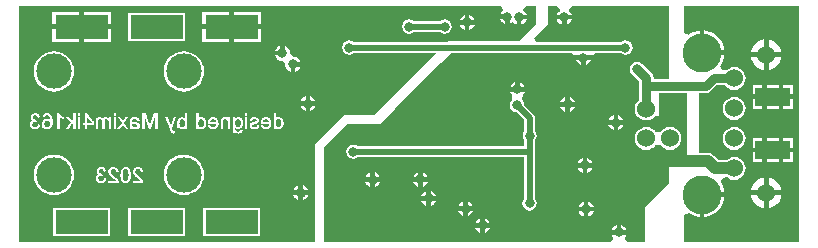
<source format=gbl>
G04*
G04 #@! TF.GenerationSoftware,Altium Limited,Altium Designer,23.3.1 (30)*
G04*
G04 Layer_Physical_Order=2*
G04 Layer_Color=16711680*
%FSLAX44Y44*%
%MOMM*%
G71*
G04*
G04 #@! TF.SameCoordinates,CDB4EB09-7802-4DFF-8E47-A9092604CAE6*
G04*
G04*
G04 #@! TF.FilePolarity,Positive*
G04*
G01*
G75*
%ADD11C,0.5000*%
%ADD51C,0.8000*%
%ADD52C,1.0000*%
%ADD54C,0.7500*%
%ADD55R,4.5000X2.0000*%
%ADD57R,1.4995X1.4995*%
%ADD59C,3.3000*%
%ADD60C,1.5240*%
%ADD61C,3.0000*%
%ADD62C,0.8000*%
G36*
X550000Y137866D02*
X536908D01*
Y138709D01*
X536443Y141050D01*
X535117Y143035D01*
X527156Y150996D01*
X525171Y152322D01*
X522830Y152788D01*
X520489Y152322D01*
X518504Y150996D01*
X517178Y149011D01*
X516712Y146670D01*
X517178Y144329D01*
X518504Y142344D01*
X524673Y136175D01*
Y132004D01*
Y120185D01*
X523930Y119615D01*
X522388Y117605D01*
X521418Y115265D01*
X521088Y112754D01*
X521418Y110243D01*
X522388Y107902D01*
X523930Y105893D01*
X525939Y104351D01*
X528279Y103381D01*
X530791Y103051D01*
X533302Y103381D01*
X535642Y104351D01*
X537652Y105893D01*
X538077Y106446D01*
X539042Y106744D01*
X541701Y106664D01*
Y126141D01*
X565250D01*
Y103051D01*
Y68254D01*
X550000D01*
Y50000D01*
X535000Y35000D01*
X530000Y30000D01*
Y0D01*
X514041D01*
X512791Y2529D01*
X512499Y4000D01*
X513283Y5022D01*
X513821Y6320D01*
X501320D01*
X501857Y5022D01*
X502641Y4000D01*
X502349Y2529D01*
X501099Y0D01*
X257500D01*
Y80000D01*
X277500Y100000D01*
X305000D01*
D01*
X317614Y112614D01*
X336942Y131942D01*
X356924Y151924D01*
X365162Y160162D01*
X467712D01*
X468489Y159661D01*
X469487Y158250D01*
X485513D01*
X486511Y159661D01*
X487288Y160162D01*
X509067D01*
X510659Y159098D01*
X513000Y158632D01*
X515341Y159098D01*
X517326Y160424D01*
X518652Y162409D01*
X519118Y164750D01*
X518652Y167091D01*
X517326Y169076D01*
X515341Y170402D01*
X513000Y170868D01*
X510659Y170402D01*
X509067Y169338D01*
X437064D01*
X435534Y173034D01*
X447500Y185000D01*
Y200000D01*
X455009D01*
X457612Y196444D01*
X457605Y196000D01*
X456556Y195195D01*
X455507Y193829D01*
X454970Y192530D01*
X467471D01*
X466933Y193829D01*
X465884Y195195D01*
X464835Y196000D01*
X464828Y196444D01*
X467431Y200000D01*
X550000D01*
Y137866D01*
D02*
G37*
G36*
X437500Y185000D02*
X422500Y170000D01*
X362500D01*
X361838Y169338D01*
X283183D01*
X281591Y170402D01*
X279250Y170868D01*
X276909Y170402D01*
X274924Y169076D01*
X273598Y167091D01*
X273132Y164750D01*
X273598Y162409D01*
X274924Y160424D01*
X276909Y159098D01*
X279250Y158632D01*
X281591Y159098D01*
X283183Y160162D01*
X352662D01*
X342262Y149762D01*
Y149762D01*
X327510Y135010D01*
D01*
X300000Y107500D01*
X275000D01*
X250000Y82500D01*
Y0D01*
X0D01*
Y200000D01*
X408064D01*
X408583Y199003D01*
X409120Y196000D01*
X408486Y195514D01*
X407438Y194148D01*
X406900Y192849D01*
X413151D01*
Y190849D01*
X415151D01*
Y184599D01*
X416449Y185137D01*
X417815Y186185D01*
X419732Y184818D01*
X421030Y184280D01*
Y190530D01*
X423030D01*
Y192530D01*
X429281D01*
X428743Y193829D01*
X427695Y195195D01*
X426645Y196000D01*
X426639Y196444D01*
X429241Y200000D01*
X437500D01*
Y185000D01*
D02*
G37*
G36*
X660000Y0D02*
X562500D01*
Y23079D01*
X566500Y24971D01*
X567262Y24346D01*
X570569Y22578D01*
X574158Y21489D01*
X575891Y21319D01*
Y40254D01*
X577891D01*
Y42254D01*
X596826D01*
X596655Y43986D01*
X595566Y47575D01*
X593885Y50722D01*
X594845Y53002D01*
X595514Y54359D01*
X599078Y54906D01*
X600389Y53901D01*
X602729Y52931D01*
X605240Y52601D01*
X607751Y52931D01*
X610092Y53901D01*
X612101Y55443D01*
X613643Y57452D01*
X614613Y59792D01*
X614943Y62304D01*
X614613Y64815D01*
X613643Y67155D01*
X612101Y69165D01*
X610092Y70707D01*
X607751Y71676D01*
X605240Y72007D01*
X602729Y71676D01*
X600389Y70707D01*
X598639Y69364D01*
X591999D01*
X588117Y73246D01*
X586655Y74368D01*
X584952Y75074D01*
X583125Y75314D01*
X575000D01*
Y125000D01*
X575473Y126141D01*
X581107D01*
X583351Y126587D01*
X585253Y127858D01*
X590036Y132641D01*
X597613D01*
X598379Y131643D01*
X600389Y130101D01*
X602729Y129131D01*
X605240Y128801D01*
X607751Y129131D01*
X610092Y130101D01*
X612101Y131643D01*
X613643Y133652D01*
X614613Y135992D01*
X614943Y138504D01*
X614613Y141015D01*
X613643Y143355D01*
X612101Y145365D01*
X610092Y146907D01*
X607751Y147876D01*
X605240Y148207D01*
X602729Y147876D01*
X600389Y146907D01*
X598379Y145365D01*
X598313Y145279D01*
X595194Y145474D01*
X593479Y149235D01*
X593799Y149624D01*
X595567Y152932D01*
X596655Y156521D01*
X596826Y158254D01*
X577891D01*
Y160254D01*
X575891D01*
Y179189D01*
X574158Y179018D01*
X570569Y177929D01*
X567262Y176161D01*
X566500Y175536D01*
X562500Y177428D01*
Y200000D01*
X660000D01*
Y0D01*
D02*
G37*
%LPC*%
G36*
X467471Y188530D02*
X463220D01*
Y184280D01*
X464518Y184818D01*
X465884Y185866D01*
X466933Y187232D01*
X467471Y188530D01*
D02*
G37*
G36*
X459220D02*
X454970D01*
X455507Y187232D01*
X456556Y185866D01*
X457922Y184818D01*
X459220Y184280D01*
Y188530D01*
D02*
G37*
G36*
X483750Y154250D02*
X479500D01*
Y150000D01*
X480798Y150537D01*
X482164Y151586D01*
X483213Y152952D01*
X483750Y154250D01*
D02*
G37*
G36*
X475500D02*
X471250D01*
X471787Y152952D01*
X472836Y151586D01*
X474202Y150537D01*
X475500Y150000D01*
Y154250D01*
D02*
G37*
G36*
X423500Y135500D02*
Y131250D01*
X427751D01*
X427213Y132548D01*
X426164Y133914D01*
X424798Y134963D01*
X423500Y135500D01*
D02*
G37*
G36*
X419500D02*
X418202Y134963D01*
X416836Y133914D01*
X415787Y132548D01*
X415250Y131250D01*
X419500D01*
Y135500D01*
D02*
G37*
G36*
X466040Y122960D02*
Y118710D01*
X470291D01*
X469753Y120008D01*
X468705Y121374D01*
X467338Y122422D01*
X466040Y122960D01*
D02*
G37*
G36*
X462040D02*
X460742Y122422D01*
X459376Y121374D01*
X458328Y120008D01*
X457790Y118710D01*
X462040D01*
Y122960D01*
D02*
G37*
G36*
X470291Y114710D02*
X466040D01*
Y110459D01*
X467338Y110997D01*
X468705Y112045D01*
X469753Y113412D01*
X470291Y114710D01*
D02*
G37*
G36*
X462040D02*
X457790D01*
X458328Y113412D01*
X459376Y112045D01*
X460742Y110997D01*
X462040Y110459D01*
Y114710D01*
D02*
G37*
G36*
X506940Y107441D02*
Y103190D01*
X511191D01*
X510653Y104489D01*
X509605Y105855D01*
X508239Y106903D01*
X506940Y107441D01*
D02*
G37*
G36*
X502940D02*
X501642Y106903D01*
X500276Y105855D01*
X499228Y104489D01*
X498690Y103190D01*
X502940D01*
Y107441D01*
D02*
G37*
G36*
X511191Y99191D02*
X506940D01*
Y94940D01*
X508239Y95478D01*
X509605Y96526D01*
X510653Y97892D01*
X511191Y99191D01*
D02*
G37*
G36*
X502940D02*
X498690D01*
X499228Y97892D01*
X500276Y96526D01*
X501642Y95478D01*
X502940Y94940D01*
Y99191D01*
D02*
G37*
G36*
X550791Y97457D02*
X548279Y97126D01*
X545939Y96157D01*
X543930Y94615D01*
X543125Y93567D01*
X541691Y93216D01*
X539891D01*
X538456Y93567D01*
X537652Y94615D01*
X535642Y96157D01*
X533302Y97126D01*
X533302Y97126D01*
X530791Y97457D01*
X530791D01*
X528279Y97126D01*
X525939Y96157D01*
X523930Y94615D01*
X522388Y92605D01*
X521418Y90265D01*
X521088Y87754D01*
X521418Y85243D01*
X522388Y82902D01*
X523930Y80893D01*
X525939Y79351D01*
X528279Y78382D01*
X530791Y78051D01*
X533302Y78382D01*
X535642Y79351D01*
X537652Y80893D01*
X538456Y81941D01*
D01*
X539891Y82292D01*
X541691D01*
X543125Y81941D01*
X543930Y80893D01*
X545939Y79351D01*
X548279Y78382D01*
X550791Y78051D01*
X553302Y78382D01*
X555642Y79351D01*
X557652Y80893D01*
X559194Y82902D01*
X560163Y85243D01*
X560494Y87754D01*
X560163Y90265D01*
X559194Y92605D01*
X557652Y94615D01*
X555642Y96157D01*
X553302Y97126D01*
X550791Y97457D01*
D02*
G37*
G36*
X427751Y127250D02*
X415250D01*
X415787Y125952D01*
X416591Y124905D01*
X416844Y124261D01*
X416940Y120577D01*
X416640Y119873D01*
X415620Y118347D01*
X415154Y116006D01*
X415620Y113665D01*
X416946Y111680D01*
X418931Y110354D01*
X420809Y109980D01*
X427332Y103457D01*
Y93850D01*
X426371Y92411D01*
X425905Y90070D01*
X426371Y87729D01*
X427332Y86290D01*
Y81088D01*
X286683D01*
X285091Y82152D01*
X282750Y82618D01*
X280409Y82152D01*
X278424Y80826D01*
X277098Y78841D01*
X276632Y76500D01*
X277098Y74159D01*
X278424Y72174D01*
X280409Y70848D01*
X282750Y70382D01*
X285091Y70848D01*
X286683Y71912D01*
X427332D01*
Y36763D01*
X426268Y35171D01*
X425803Y32830D01*
X426268Y30489D01*
X427594Y28504D01*
X429579Y27178D01*
X431920Y26712D01*
X434261Y27178D01*
X436246Y28504D01*
X437572Y30489D01*
X438038Y32830D01*
X437572Y35171D01*
X436508Y36763D01*
Y76500D01*
Y85984D01*
X437674Y87729D01*
X438140Y90070D01*
X437674Y92411D01*
X436508Y94156D01*
Y105357D01*
X436159Y107113D01*
X435164Y108602D01*
X427297Y116469D01*
X426924Y118347D01*
X426012Y119711D01*
X425662Y120815D01*
X426160Y124550D01*
X426255Y124703D01*
X427213Y125952D01*
X427751Y127250D01*
D02*
G37*
G36*
X480781Y71250D02*
Y67000D01*
X485031D01*
X484493Y68298D01*
X483445Y69664D01*
X482079Y70713D01*
X480781Y71250D01*
D02*
G37*
G36*
X476781D02*
X475482Y70713D01*
X474116Y69664D01*
X473068Y68298D01*
X472530Y67000D01*
X476781D01*
Y71250D01*
D02*
G37*
G36*
X485031Y63000D02*
X480781D01*
Y58750D01*
X482079Y59287D01*
X483445Y60336D01*
X484493Y61702D01*
X485031Y63000D01*
D02*
G37*
G36*
X476781D02*
X472530D01*
X473068Y61702D01*
X474116Y60336D01*
X475482Y59287D01*
X476781Y58750D01*
Y63000D01*
D02*
G37*
G36*
X341448Y59306D02*
Y55055D01*
X345698D01*
X345161Y56354D01*
X344112Y57720D01*
X342746Y58768D01*
X341448Y59306D01*
D02*
G37*
G36*
X337448D02*
X336150Y58768D01*
X334784Y57720D01*
X333735Y56354D01*
X333198Y55055D01*
X337448D01*
Y59306D01*
D02*
G37*
G36*
X300999Y59056D02*
Y54805D01*
X305250D01*
X304712Y56104D01*
X303664Y57470D01*
X302298Y58518D01*
X300999Y59056D01*
D02*
G37*
G36*
X296999D02*
X295701Y58518D01*
X294335Y57470D01*
X293287Y56104D01*
X292749Y54805D01*
X296999D01*
Y59056D01*
D02*
G37*
G36*
X345698Y51055D02*
X341448D01*
Y46805D01*
X342746Y47343D01*
X344112Y48391D01*
X345161Y49757D01*
X345698Y51055D01*
D02*
G37*
G36*
X337448D02*
X333198D01*
X333735Y49757D01*
X334784Y48391D01*
X336150Y47343D01*
X337448Y46805D01*
Y51055D01*
D02*
G37*
G36*
X305250Y50806D02*
X300999D01*
Y46555D01*
X302298Y47093D01*
X303664Y48141D01*
X304712Y49507D01*
X305250Y50806D01*
D02*
G37*
G36*
X296999D02*
X292749D01*
X293287Y49507D01*
X294335Y48141D01*
X295701Y47093D01*
X296999Y46555D01*
Y50806D01*
D02*
G37*
G36*
X348448Y43306D02*
Y39056D01*
X352698D01*
X352161Y40354D01*
X351112Y41720D01*
X349746Y42768D01*
X348448Y43306D01*
D02*
G37*
G36*
X344448D02*
X343150Y42768D01*
X341783Y41720D01*
X340735Y40354D01*
X340197Y39056D01*
X344448D01*
Y43306D01*
D02*
G37*
G36*
X352698Y35055D02*
X348448D01*
Y30805D01*
X349746Y31343D01*
X351112Y32391D01*
X352161Y33757D01*
X352698Y35055D01*
D02*
G37*
G36*
X344448D02*
X340197D01*
X340735Y33757D01*
X341783Y32391D01*
X343150Y31343D01*
X344448Y30805D01*
Y35055D01*
D02*
G37*
G36*
X379620Y34630D02*
Y30380D01*
X383871D01*
X383333Y31678D01*
X382285Y33044D01*
X380918Y34093D01*
X379620Y34630D01*
D02*
G37*
G36*
X375620D02*
X374322Y34093D01*
X372956Y33044D01*
X371908Y31678D01*
X371370Y30380D01*
X375620D01*
Y34630D01*
D02*
G37*
G36*
X481750Y34250D02*
Y30000D01*
X486001D01*
X485463Y31298D01*
X484414Y32664D01*
X483048Y33713D01*
X481750Y34250D01*
D02*
G37*
G36*
X477750D02*
X476452Y33713D01*
X475086Y32664D01*
X474037Y31298D01*
X473500Y30000D01*
X477750D01*
Y34250D01*
D02*
G37*
G36*
X383871Y26380D02*
X379620D01*
Y22129D01*
X380918Y22667D01*
X382285Y23715D01*
X383333Y25082D01*
X383871Y26380D01*
D02*
G37*
G36*
X375620D02*
X371370D01*
X371908Y25082D01*
X372956Y23715D01*
X374322Y22667D01*
X375620Y22129D01*
Y26380D01*
D02*
G37*
G36*
X486001Y26000D02*
X481750D01*
Y21750D01*
X483048Y22287D01*
X484414Y23336D01*
X485463Y24702D01*
X486001Y26000D01*
D02*
G37*
G36*
X477750D02*
X473500D01*
X474037Y24702D01*
X475086Y23336D01*
X476452Y22287D01*
X477750Y21750D01*
Y26000D01*
D02*
G37*
G36*
X394060Y20311D02*
Y16060D01*
X398311D01*
X397773Y17358D01*
X396725Y18724D01*
X395358Y19773D01*
X394060Y20311D01*
D02*
G37*
G36*
X390060D02*
X388762Y19773D01*
X387396Y18724D01*
X386348Y17358D01*
X385810Y16060D01*
X390060D01*
Y20311D01*
D02*
G37*
G36*
X509570Y14570D02*
Y10320D01*
X513821D01*
X513283Y11618D01*
X512235Y12984D01*
X510868Y14033D01*
X509570Y14570D01*
D02*
G37*
G36*
X505570D02*
X504272Y14033D01*
X502906Y12984D01*
X501857Y11618D01*
X501320Y10320D01*
X505570D01*
Y14570D01*
D02*
G37*
G36*
X398311Y12060D02*
X394060D01*
Y7810D01*
X395358Y8347D01*
X396725Y9396D01*
X397773Y10762D01*
X398311Y12060D01*
D02*
G37*
G36*
X390060D02*
X385810D01*
X386348Y10762D01*
X387396Y9396D01*
X388762Y8347D01*
X390060Y7810D01*
Y12060D01*
D02*
G37*
G36*
X381000Y192250D02*
Y188000D01*
X385250D01*
X384713Y189298D01*
X383664Y190664D01*
X382298Y191713D01*
X381000Y192250D01*
D02*
G37*
G36*
X377000D02*
X375702Y191713D01*
X374336Y190664D01*
X373287Y189298D01*
X372750Y188000D01*
X377000D01*
Y192250D01*
D02*
G37*
G36*
X360000Y188618D02*
X357659Y188152D01*
X356067Y187088D01*
X333933D01*
X332341Y188152D01*
X330000Y188618D01*
X327659Y188152D01*
X325674Y186826D01*
X324348Y184841D01*
X323882Y182500D01*
X324348Y180159D01*
X325674Y178174D01*
X327659Y176848D01*
X330000Y176383D01*
X332341Y176848D01*
X333933Y177912D01*
X356067D01*
X357659Y176848D01*
X360000Y176383D01*
X362341Y176848D01*
X364326Y178174D01*
X365652Y180159D01*
X366118Y182500D01*
X365652Y184841D01*
X364326Y186826D01*
X362341Y188152D01*
X360000Y188618D01*
D02*
G37*
G36*
X411151Y188849D02*
X406900D01*
X407438Y187551D01*
X408486Y186185D01*
X409852Y185137D01*
X411151Y184599D01*
Y188849D01*
D02*
G37*
G36*
X204542Y194880D02*
X181502D01*
Y184340D01*
X204542D01*
Y194880D01*
D02*
G37*
G36*
X177502D02*
X154462D01*
Y184340D01*
X177502D01*
Y194880D01*
D02*
G37*
G36*
X77542D02*
X54502D01*
Y184340D01*
X77542D01*
Y194880D01*
D02*
G37*
G36*
X50502D02*
X27462D01*
Y184340D01*
X50502D01*
Y194880D01*
D02*
G37*
G36*
X429281Y188530D02*
X425030D01*
Y184280D01*
X426329Y184818D01*
X427695Y185866D01*
X428743Y187232D01*
X429281Y188530D01*
D02*
G37*
G36*
X385250Y184000D02*
X381000D01*
Y179750D01*
X382298Y180287D01*
X383664Y181336D01*
X384713Y182702D01*
X385250Y184000D01*
D02*
G37*
G36*
X377000D02*
X372750D01*
X373287Y182702D01*
X374336Y181336D01*
X375702Y180287D01*
X377000Y179750D01*
Y184000D01*
D02*
G37*
G36*
X140502Y194340D02*
X91502D01*
Y170340D01*
X140502D01*
Y194340D01*
D02*
G37*
G36*
X204542Y180340D02*
X181502D01*
Y169800D01*
X204542D01*
Y180340D01*
D02*
G37*
G36*
X177502D02*
X154462D01*
Y169800D01*
X177502D01*
Y180340D01*
D02*
G37*
G36*
X77542Y180340D02*
X54502D01*
Y169800D01*
X77542D01*
Y180340D01*
D02*
G37*
G36*
X50502D02*
X27462D01*
Y169800D01*
X50502D01*
Y180340D01*
D02*
G37*
G36*
X220500Y166250D02*
X219202Y165713D01*
X217836Y164664D01*
X216787Y163298D01*
X216250Y162000D01*
X220500D01*
Y166250D01*
D02*
G37*
G36*
X237830Y148650D02*
X233580D01*
Y144399D01*
X234878Y144937D01*
X236244Y145985D01*
X237293Y147352D01*
X237830Y148650D01*
D02*
G37*
G36*
X224500Y166250D02*
Y160000D01*
X222500D01*
Y158000D01*
X216250D01*
X216787Y156702D01*
X217836Y155336D01*
X219202Y154287D01*
X220793Y153628D01*
X221513Y153534D01*
X222733Y153145D01*
X224883Y150761D01*
X225078Y149933D01*
X225208Y148942D01*
X225867Y147352D01*
X226915Y145985D01*
X228282Y144937D01*
X229580Y144399D01*
Y150650D01*
X231580D01*
Y152650D01*
X237830D01*
X237293Y153948D01*
X236244Y155314D01*
X234878Y156362D01*
X233287Y157021D01*
X232567Y157116D01*
X231347Y157505D01*
X229197Y159888D01*
X229002Y160717D01*
X228872Y161707D01*
X228213Y163298D01*
X227164Y164664D01*
X225798Y165713D01*
X224500Y166250D01*
D02*
G37*
G36*
X139080Y161582D02*
X135747Y161254D01*
X132543Y160282D01*
X129590Y158703D01*
X127001Y156579D01*
X124877Y153990D01*
X123298Y151037D01*
X122326Y147833D01*
X121998Y144500D01*
X122326Y141167D01*
X123298Y137963D01*
X124877Y135010D01*
X127001Y132421D01*
X129590Y130297D01*
X132543Y128718D01*
X135747Y127746D01*
X139080Y127418D01*
X142413Y127746D01*
X145617Y128718D01*
X148570Y130297D01*
X151159Y132421D01*
X153283Y135010D01*
X154862Y137963D01*
X155834Y141167D01*
X156162Y144500D01*
X155834Y147833D01*
X154862Y151037D01*
X153283Y153990D01*
X151159Y156579D01*
X148570Y158703D01*
X145617Y160282D01*
X142413Y161254D01*
X139080Y161582D01*
D02*
G37*
G36*
X29080D02*
X25747Y161254D01*
X22543Y160282D01*
X19590Y158703D01*
X17001Y156579D01*
X14877Y153990D01*
X13298Y151037D01*
X12326Y147833D01*
X11998Y144500D01*
X12326Y141167D01*
X13298Y137963D01*
X14877Y135010D01*
X17001Y132421D01*
X19590Y130297D01*
X22543Y128718D01*
X25747Y127746D01*
X29080Y127418D01*
X32413Y127746D01*
X35617Y128718D01*
X38570Y130297D01*
X41159Y132421D01*
X43283Y135010D01*
X44862Y137963D01*
X45834Y141167D01*
X46162Y144500D01*
X45834Y147833D01*
X44862Y151037D01*
X43283Y153990D01*
X41159Y156579D01*
X38570Y158703D01*
X35617Y160282D01*
X32413Y161254D01*
X29080Y161582D01*
D02*
G37*
G36*
X246170Y123580D02*
Y119330D01*
X250421D01*
X249883Y120628D01*
X248835Y121994D01*
X247468Y123043D01*
X246170Y123580D01*
D02*
G37*
G36*
X242170D02*
X240872Y123043D01*
X239506Y121994D01*
X238458Y120628D01*
X237920Y119330D01*
X242170D01*
Y123580D01*
D02*
G37*
G36*
X250421Y115330D02*
X246170D01*
Y111080D01*
X247468Y111617D01*
X248835Y112666D01*
X249883Y114032D01*
X250421Y115330D01*
D02*
G37*
G36*
X242170D02*
X237920D01*
X238458Y114032D01*
X239506Y112666D01*
X240872Y111617D01*
X242170Y111080D01*
Y115330D01*
D02*
G37*
G36*
X193012Y109200D02*
X191010D01*
Y107003D01*
X193012D01*
Y109200D01*
D02*
G37*
G36*
X51632Y109200D02*
X49631D01*
Y107003D01*
X51632D01*
Y109200D01*
D02*
G37*
G36*
X81778D02*
X79776D01*
Y107003D01*
X81778D01*
Y105991D01*
Y109200D01*
D02*
G37*
G36*
X13432Y109249D02*
X13261D01*
X13139Y109224D01*
X12992D01*
X12821Y109200D01*
X12431Y109127D01*
X11991Y109005D01*
X11503Y108809D01*
X11015Y108541D01*
X10795Y108394D01*
X10576Y108199D01*
X10551D01*
X10527Y108150D01*
X10381Y108004D01*
X10210Y107784D01*
X9990Y107491D01*
X9770Y107125D01*
X9575Y106686D01*
X9453Y106198D01*
X9428Y105929D01*
X9404Y105660D01*
Y105636D01*
Y105587D01*
Y105465D01*
X9428Y105343D01*
X9453Y105172D01*
X9502Y105001D01*
X9624Y104586D01*
X9721Y104367D01*
X9844Y104123D01*
X9990Y103903D01*
X10161Y103683D01*
X10381Y103464D01*
X10625Y103244D01*
X10893Y103073D01*
X10943Y103046D01*
X10820Y103000D01*
X10551Y102878D01*
X10258Y102731D01*
X9966Y102512D01*
X9673Y102243D01*
X9404Y101902D01*
X9380Y101853D01*
X9306Y101731D01*
X9184Y101535D01*
X9062Y101267D01*
X8965Y100949D01*
X8843Y100583D01*
X8770Y100193D01*
X8745Y99778D01*
Y99607D01*
X8770Y99460D01*
X8794Y99314D01*
X8818Y99119D01*
X8916Y98704D01*
X9087Y98216D01*
X9331Y97703D01*
X9477Y97459D01*
X9648Y97191D01*
X9868Y96971D01*
X10112Y96727D01*
X10136Y96702D01*
X10185Y96678D01*
X10258Y96629D01*
X10356Y96531D01*
X10478Y96458D01*
X10649Y96361D01*
X10820Y96238D01*
X11040Y96141D01*
X11503Y95921D01*
X12065Y95726D01*
X12675Y95579D01*
X13017Y95555D01*
X13358Y95531D01*
X13529D01*
X13651Y95555D01*
X13822D01*
X13993Y95579D01*
X14408Y95653D01*
X14896Y95799D01*
X15384Y95970D01*
X15897Y96238D01*
X16141Y96385D01*
X16361Y96580D01*
X16385Y96605D01*
X16410Y96629D01*
X16556Y96776D01*
X16751Y97020D01*
X16971Y97337D01*
X17215Y97752D01*
X17435Y98265D01*
X17606Y98850D01*
X17728Y99534D01*
X15775Y99827D01*
Y99802D01*
X15750Y99753D01*
Y99680D01*
X15726Y99583D01*
X15653Y99339D01*
X15555Y99046D01*
X15458Y98704D01*
X15311Y98362D01*
X15116Y98045D01*
X14921Y97801D01*
X14896Y97776D01*
X14823Y97703D01*
X14677Y97605D01*
X14506Y97508D01*
X14286Y97410D01*
X14017Y97312D01*
X13725Y97239D01*
X13383Y97215D01*
X13334D01*
X13212Y97239D01*
X13017Y97264D01*
X12773Y97312D01*
X12480Y97386D01*
X12187Y97532D01*
X11894Y97703D01*
X11601Y97947D01*
X11576Y97972D01*
X11479Y98069D01*
X11357Y98240D01*
X11235Y98460D01*
X11088Y98704D01*
X10991Y99021D01*
X10893Y99363D01*
X10869Y99753D01*
Y99802D01*
Y99924D01*
X10893Y100095D01*
X10942Y100339D01*
X11040Y100608D01*
X11137Y100876D01*
X11308Y101145D01*
X11528Y101413D01*
X11552Y101438D01*
X11650Y101511D01*
X11796Y101633D01*
X11991Y101755D01*
X12236Y101877D01*
X12529Y101999D01*
X12870Y102072D01*
X13236Y102097D01*
X13432D01*
X13554Y102072D01*
X13749Y102048D01*
X13969Y102023D01*
X14237Y101975D01*
X14555Y101926D01*
X14359Y103708D01*
X13920D01*
X13529Y103732D01*
X13358D01*
X13212Y103757D01*
X13139D01*
X13066Y103781D01*
X12968Y103805D01*
X12724Y103903D01*
X12431Y104025D01*
X12407D01*
X12358Y104074D01*
X12284Y104123D01*
X12187Y104196D01*
X11943Y104391D01*
X11723Y104660D01*
X11699Y104684D01*
X11674Y104733D01*
X11625Y104831D01*
X11576Y104953D01*
X11528Y105099D01*
X11479Y105270D01*
X11430Y105490D01*
Y105709D01*
Y105758D01*
Y105856D01*
X11454Y106002D01*
X11503Y106222D01*
X11576Y106442D01*
X11699Y106661D01*
X11845Y106881D01*
X12040Y107076D01*
X12065Y107101D01*
X12138Y107149D01*
X12260Y107223D01*
X12431Y107320D01*
X12626Y107418D01*
X12870Y107491D01*
X13114Y107540D01*
X13407Y107564D01*
X13554D01*
X13725Y107540D01*
X13920Y107491D01*
X14139Y107418D01*
X14384Y107320D01*
X14628Y107174D01*
X14847Y106979D01*
X14872Y106954D01*
X14945Y106881D01*
X15043Y106735D01*
X15140Y106539D01*
X15287Y106295D01*
X15409Y106002D01*
X15506Y105636D01*
X15604Y105197D01*
X17557Y105514D01*
Y105539D01*
X17532Y105612D01*
X17508Y105709D01*
X17484Y105831D01*
X17459Y106002D01*
X17386Y106173D01*
X17264Y106613D01*
X17069Y107076D01*
X16825Y107540D01*
X16507Y107979D01*
X16312Y108175D01*
X16117Y108346D01*
X16092D01*
X16068Y108394D01*
X15921Y108492D01*
X15677Y108638D01*
X15360Y108809D01*
X14969Y108956D01*
X14506Y109102D01*
X13993Y109200D01*
X13432Y109249D01*
D02*
G37*
G36*
X142045Y109200D02*
X133404D01*
X140068D01*
Y104806D01*
X139946Y104928D01*
X139653Y105172D01*
X139286Y105392D01*
X138823Y105612D01*
X138286Y105758D01*
X137968Y105783D01*
X137651Y105807D01*
X137456D01*
X137334Y105783D01*
X137163Y105758D01*
X136968Y105734D01*
X136553Y105636D01*
X136040Y105465D01*
X135796Y105368D01*
X135527Y105221D01*
X135283Y105050D01*
X135039Y104879D01*
X134795Y104660D01*
X134576Y104416D01*
X134551Y104391D01*
X134527Y104342D01*
X134478Y104269D01*
X134380Y104171D01*
X134307Y104025D01*
X134209Y103854D01*
X134087Y103659D01*
X133990Y103439D01*
X133868Y103195D01*
X133770Y102927D01*
X133575Y102316D01*
X133453Y101609D01*
X133428Y101242D01*
X133404Y100828D01*
Y95531D01*
Y100583D01*
X133428Y100413D01*
X133453Y100193D01*
X133477Y99949D01*
X133502Y99680D01*
X133575Y99387D01*
X133721Y98753D01*
X133941Y98094D01*
X134087Y97776D01*
X134258Y97459D01*
X134478Y97166D01*
X134698Y96897D01*
X134722Y96873D01*
X134746Y96849D01*
X134820Y96776D01*
X134917Y96678D01*
X135039Y96580D01*
X135186Y96458D01*
X135552Y96214D01*
X136016Y95970D01*
X136528Y95750D01*
X137090Y95579D01*
X137407Y95555D01*
X137724Y95531D01*
X133404D01*
X137895D01*
X138017Y95555D01*
X138164Y95579D01*
X138335Y95604D01*
X138725Y95702D01*
X139164Y95872D01*
X139384Y95994D01*
X139628Y96116D01*
X139848Y96287D01*
X140043Y96458D01*
X140165Y96595D01*
Y95750D01*
X142045D01*
Y95604D01*
Y109200D01*
D02*
G37*
G36*
X185152Y105807D02*
X184981D01*
X184859Y105783D01*
X184712Y105758D01*
X184541Y105734D01*
X184127Y105636D01*
X183687Y105465D01*
X183199Y105221D01*
X182979Y105075D01*
X182735Y104904D01*
X182564Y104733D01*
Y105587D01*
X180685D01*
Y91918D01*
Y96873D01*
X180709Y96702D01*
Y96531D01*
X180734Y96068D01*
X180783Y95580D01*
X180880Y95067D01*
X180978Y94579D01*
X181124Y94139D01*
X181149Y94090D01*
X181197Y93968D01*
X181320Y93773D01*
X181466Y93553D01*
X181661Y93285D01*
X181930Y93017D01*
X182247Y92748D01*
X182613Y92504D01*
X182662Y92479D01*
X182808Y92406D01*
X183028Y92309D01*
X183346Y92211D01*
X183712Y92113D01*
X184151Y92016D01*
X184639Y91943D01*
X185176Y91918D01*
X180685D01*
X189423D01*
Y100998D01*
Y100974D01*
X189399Y101120D01*
Y101291D01*
X189375Y101511D01*
X189326Y101755D01*
X189277Y101999D01*
X189155Y102585D01*
X188960Y103171D01*
X188667Y103781D01*
X188496Y104074D01*
X188301Y104342D01*
X188276Y104367D01*
X188252Y104416D01*
X188179Y104489D01*
X188081Y104562D01*
X187983Y104684D01*
X187837Y104806D01*
X187495Y105075D01*
X187031Y105343D01*
X186494Y105587D01*
X186201Y105660D01*
X185860Y105734D01*
X185518Y105783D01*
X185152Y105807D01*
D02*
G37*
G36*
X77653Y105807D02*
X72966D01*
X72771Y105783D01*
X72527Y105758D01*
X72234Y105685D01*
X71917Y105612D01*
X71624Y105490D01*
X71331Y105343D01*
X71306Y105319D01*
X71209Y105270D01*
X71087Y105172D01*
X70940Y105026D01*
X70794Y104855D01*
X70647Y104660D01*
X70525Y104416D01*
X70428Y104147D01*
Y104171D01*
X70379Y104220D01*
X70330Y104294D01*
X70257Y104416D01*
X70037Y104684D01*
X69720Y104977D01*
X69329Y105294D01*
X68841Y105539D01*
X68548Y105660D01*
X68231Y105734D01*
X67913Y105783D01*
X67547Y105807D01*
X64374D01*
Y95750D01*
X72014D01*
Y102097D01*
Y102121D01*
Y102146D01*
Y102292D01*
X72039Y102487D01*
X72063Y102731D01*
X72112Y102976D01*
X72185Y103220D01*
X72283Y103464D01*
X72405Y103635D01*
X72429Y103659D01*
X72478Y103708D01*
X72576Y103757D01*
X72698Y103854D01*
X72844Y103927D01*
X73039Y103976D01*
X73259Y104025D01*
X73503Y104050D01*
X73650D01*
X73845Y104025D01*
X74065Y103976D01*
X74309Y103879D01*
X74553Y103781D01*
X74821Y103610D01*
X75065Y103390D01*
X75090Y103366D01*
X75163Y103268D01*
X75261Y103073D01*
X75358Y102829D01*
X75456Y102487D01*
X75505Y102268D01*
X75554Y102048D01*
X75602Y101779D01*
X75627Y101511D01*
X75651Y101194D01*
Y100852D01*
Y95750D01*
X77653D01*
Y105587D01*
X75822D01*
Y104622D01*
X75700Y104757D01*
X75383Y105050D01*
X74968Y105319D01*
X74455Y105563D01*
X74162Y105660D01*
X73845Y105734D01*
X73528Y105783D01*
X73161Y105807D01*
X77653D01*
D02*
G37*
G36*
X28175Y109249D02*
X19119D01*
X23147D01*
X23024Y109224D01*
X22903D01*
X22732Y109200D01*
X22366Y109151D01*
X21951Y109029D01*
X21511Y108883D01*
X21072Y108663D01*
X20657Y108370D01*
X20632D01*
X20608Y108321D01*
X20486Y108199D01*
X20315Y108004D01*
X20095Y107711D01*
X19851Y107320D01*
X19656Y106857D01*
X19461Y106295D01*
X19339Y105636D01*
X21316Y105490D01*
Y105514D01*
X21340Y105587D01*
X21365Y105685D01*
X21414Y105807D01*
X21536Y106149D01*
X21731Y106539D01*
X22024Y106905D01*
X22366Y107247D01*
X22585Y107369D01*
X22829Y107467D01*
X23098Y107540D01*
X23391Y107564D01*
X23440D01*
X23586Y107540D01*
X23781Y107516D01*
X24050Y107418D01*
X24367Y107271D01*
X24709Y107076D01*
X25026Y106783D01*
X25197Y106588D01*
X25368Y106393D01*
Y106368D01*
X25392Y106344D01*
X25441Y106271D01*
X25490Y106173D01*
X25563Y106051D01*
X25636Y105905D01*
X25710Y105734D01*
X25783Y105514D01*
X25856Y105294D01*
X25929Y105026D01*
X26003Y104733D01*
X26076Y104416D01*
X26124Y104074D01*
X26173Y103683D01*
X26198Y103293D01*
Y103195D01*
X26149Y103244D01*
X26003Y103390D01*
X25832Y103561D01*
X25636Y103732D01*
X25417Y103879D01*
X25173Y104050D01*
X24904Y104196D01*
X24611Y104318D01*
X24294Y104416D01*
X23952Y104513D01*
X23586Y104562D01*
X23195Y104586D01*
X23024D01*
X22903Y104562D01*
X22756Y104538D01*
X22585Y104513D01*
X22195Y104440D01*
X21731Y104294D01*
X21267Y104074D01*
X21023Y103927D01*
X20779Y103757D01*
X20535Y103561D01*
X20315Y103342D01*
X20291Y103317D01*
X20266Y103293D01*
X20193Y103220D01*
X20120Y103122D01*
X20047Y103000D01*
X19924Y102853D01*
X19705Y102487D01*
X19485Y102023D01*
X19314Y101487D01*
X19168Y100876D01*
X19143Y100534D01*
X19119Y100193D01*
Y95531D01*
Y99998D01*
X19143Y99875D01*
Y99705D01*
X19192Y99509D01*
X19266Y99070D01*
X19412Y98533D01*
X19632Y97996D01*
X19754Y97703D01*
X19924Y97435D01*
X20095Y97166D01*
X20315Y96897D01*
X20340Y96873D01*
X20364Y96849D01*
X20437Y96776D01*
X20535Y96678D01*
X20657Y96580D01*
X20779Y96458D01*
X21145Y96214D01*
X21584Y95970D01*
X22121Y95750D01*
X22732Y95579D01*
X23073Y95555D01*
X23440Y95531D01*
X23635D01*
X23781Y95555D01*
X23928Y95579D01*
X24147Y95604D01*
X24611Y95702D01*
X25124Y95872D01*
X25417Y95994D01*
X25685Y96141D01*
X25978Y96312D01*
X26271Y96507D01*
X26539Y96727D01*
X26808Y96971D01*
X26832Y96995D01*
X26857Y97044D01*
X26930Y97117D01*
X27028Y97264D01*
X27125Y97410D01*
X27247Y97630D01*
X27369Y97874D01*
X27492Y98142D01*
X27613Y98484D01*
X27736Y98850D01*
X27858Y99265D01*
X27955Y99729D01*
X28053Y100242D01*
X28126Y100779D01*
X28150Y101389D01*
X28175Y102048D01*
Y102390D01*
X28150Y102634D01*
X28126Y102927D01*
X28102Y103268D01*
X28077Y103635D01*
X28029Y104050D01*
X27882Y104904D01*
X27638Y105807D01*
X27516Y106246D01*
X27345Y106661D01*
X27150Y107052D01*
X26930Y107418D01*
X26906Y107442D01*
X26881Y107491D01*
X26808Y107589D01*
X26686Y107711D01*
X26564Y107833D01*
X26417Y108004D01*
X26222Y108175D01*
X26003Y108346D01*
X25758Y108516D01*
X25490Y108663D01*
X25197Y108834D01*
X24880Y108956D01*
X24513Y109078D01*
X24147Y109176D01*
X23732Y109224D01*
X23293Y109249D01*
X28175D01*
D02*
G37*
G36*
X91957Y105587D02*
X89662D01*
X89638Y105563D01*
X89565Y105465D01*
X89467Y105319D01*
X89345Y105124D01*
X89198Y104879D01*
X89028Y104611D01*
X88637Y104050D01*
X88271Y103464D01*
X88100Y103195D01*
X87954Y102951D01*
X87807Y102731D01*
X87710Y102536D01*
X87636Y102414D01*
X87612Y102341D01*
X85439Y105587D01*
X82925D01*
X83194D01*
X86465Y100949D01*
X82925Y95750D01*
X92225D01*
X88784Y100852D01*
X91957Y105587D01*
D02*
G37*
G36*
X97302Y105807D02*
X97009D01*
X96863Y105783D01*
X96692D01*
X96326Y105734D01*
X95887Y105660D01*
X95447Y105563D01*
X95057Y105441D01*
X94691Y105246D01*
X94642Y105221D01*
X94544Y105148D01*
X94398Y105026D01*
X94227Y104879D01*
X94056Y104684D01*
X93885Y104465D01*
X93739Y104220D01*
X93641Y103952D01*
Y103927D01*
X93617Y103805D01*
X93568Y103659D01*
X93519Y103439D01*
X93495Y103171D01*
X93446Y102829D01*
X93421Y102487D01*
Y102072D01*
Y99900D01*
Y99875D01*
Y99802D01*
Y99705D01*
Y99583D01*
Y99412D01*
Y99241D01*
Y98826D01*
X93397Y98386D01*
Y97947D01*
Y97557D01*
X93372Y97410D01*
Y97264D01*
Y97239D01*
X93348Y97142D01*
X93324Y97020D01*
X93275Y96849D01*
X93226Y96605D01*
X93153Y96361D01*
X93031Y96068D01*
X92909Y95750D01*
X94910D01*
X94935Y95775D01*
X94959Y95848D01*
X95008Y95970D01*
X95081Y96116D01*
X95130Y96287D01*
X95203Y96483D01*
X95252Y96702D01*
X95276Y96922D01*
X95301Y96897D01*
X95350Y96873D01*
X95423Y96800D01*
X95520Y96702D01*
X95667Y96605D01*
X95813Y96483D01*
X96009Y96361D01*
X96228Y96238D01*
X96716Y95970D01*
X97278Y95750D01*
X97595Y95653D01*
X97913Y95579D01*
X98254Y95555D01*
X98621Y95531D01*
X92909D01*
X102038D01*
Y98509D01*
X102013Y98679D01*
X101989Y98899D01*
X101916Y99192D01*
X101818Y99509D01*
X101672Y99851D01*
X101452Y100193D01*
X101159Y100510D01*
X101110Y100534D01*
X100988Y100632D01*
X100768Y100779D01*
X100622Y100852D01*
X100451Y100949D01*
X100256Y101047D01*
X100036Y101120D01*
X99792Y101218D01*
X99524Y101316D01*
X99231Y101389D01*
X98913Y101462D01*
X98572Y101535D01*
X98181Y101584D01*
X96692Y101804D01*
X96643D01*
X96546Y101828D01*
X96399Y101853D01*
X96204Y101877D01*
X95789Y101975D01*
X95594Y102023D01*
X95423Y102072D01*
Y102097D01*
Y102170D01*
Y102268D01*
Y102390D01*
X95447Y102683D01*
Y102805D01*
X95472Y102927D01*
Y102951D01*
Y102976D01*
X95520Y103097D01*
X95594Y103268D01*
X95716Y103464D01*
Y103488D01*
X95740Y103512D01*
X95862Y103635D01*
X95935Y103708D01*
X96058Y103781D01*
X96180Y103854D01*
X96350Y103927D01*
X96375D01*
X96424Y103952D01*
X96521Y104001D01*
X96668Y104025D01*
X96839Y104074D01*
X97034Y104098D01*
X97278Y104123D01*
X97717D01*
X97888Y104098D01*
X98108Y104074D01*
X98352Y104025D01*
X98596Y103976D01*
X98864Y103879D01*
X99084Y103757D01*
X99109Y103732D01*
X99182Y103683D01*
X99255Y103586D01*
X99377Y103439D01*
X99499Y103244D01*
X99646Y103000D01*
X99768Y102683D01*
X99865Y102316D01*
X101769Y102536D01*
Y102561D01*
X101745Y102609D01*
Y102707D01*
X101720Y102805D01*
X101672Y102951D01*
X101623Y103122D01*
X101501Y103488D01*
X101306Y103903D01*
X101061Y104318D01*
X100768Y104684D01*
X100378Y105026D01*
X100353D01*
X100329Y105050D01*
X100256Y105099D01*
X100183Y105148D01*
X100061Y105197D01*
X99914Y105270D01*
X99572Y105416D01*
X99133Y105563D01*
X98596Y105685D01*
X97986Y105783D01*
X97302Y105807D01*
D02*
G37*
G36*
X47458Y109200D02*
X45457D01*
Y101779D01*
X41966Y105587D01*
X39574D01*
X43211Y101853D01*
X39208Y95750D01*
D01*
X47458D01*
Y109200D01*
D02*
G37*
G36*
X62983D02*
Y100559D01*
X56954Y109200D01*
X55318D01*
Y100705D01*
X53561D01*
Y95750D01*
Y98875D01*
X55318D01*
Y95750D01*
X53561D01*
X62983D01*
X57320D01*
Y98875D01*
X62983D01*
Y109200D01*
D02*
G37*
G36*
X116927D02*
X114023D01*
X110874Y99802D01*
Y99778D01*
X110850Y99729D01*
X110825Y99656D01*
X110776Y99558D01*
X110703Y99290D01*
X110605Y98997D01*
X110483Y98679D01*
X110414Y98400D01*
X110386Y98484D01*
X110288Y98777D01*
X110190Y99119D01*
X110044Y99509D01*
X109898Y99973D01*
X106724Y109200D01*
X104088D01*
Y95750D01*
X116927D01*
Y109200D01*
D02*
G37*
G36*
X132574Y105587D02*
X130524D01*
X128229Y99290D01*
Y99265D01*
X128205Y99192D01*
X128156Y99070D01*
X128107Y98899D01*
X128058Y98704D01*
X127985Y98484D01*
X128058Y98265D01*
X128083Y98094D01*
X128131Y97996D01*
Y97947D01*
X127838D01*
X127912Y98216D01*
X127985Y98484D01*
X127912Y98728D01*
X127814Y98997D01*
X127594Y99583D01*
X125446Y105587D01*
X123469D01*
X127131Y95726D01*
Y95702D01*
Y95677D01*
X127155Y95628D01*
X127179Y95531D01*
X127228Y95433D01*
X127277Y95287D01*
X127350Y95116D01*
X127497Y94749D01*
X127668Y94310D01*
X127887Y93871D01*
X128131Y93407D01*
X128400Y92992D01*
X128424Y92943D01*
X128546Y92821D01*
X128693Y92650D01*
X128937Y92455D01*
X129230Y92260D01*
X129596Y92089D01*
X130011Y91967D01*
X130255Y91942D01*
X130499Y91918D01*
X123469D01*
X130572D01*
X130694Y91942D01*
X130816D01*
X131012Y91967D01*
X131207Y92016D01*
X131451Y92089D01*
X131720Y92162D01*
X131890Y94017D01*
X131866D01*
X131768Y93993D01*
X131646Y93968D01*
X131500Y93944D01*
X131158Y93871D01*
X130792Y93846D01*
X130670D01*
X130548Y93871D01*
X130377Y93895D01*
X130206Y93968D01*
X130035Y94042D01*
X129865Y94164D01*
X129742Y94310D01*
X129718Y94335D01*
X129694Y94408D01*
X129620Y94505D01*
X129523Y94676D01*
X129425Y94896D01*
X129279Y95164D01*
X129132Y95506D01*
X128986Y95897D01*
X132574Y105587D01*
D02*
G37*
G36*
X213271Y105807D02*
X208438D01*
X208243Y105783D01*
X207975Y105758D01*
X207657Y105685D01*
X207316Y105612D01*
X206925Y105490D01*
X206559Y105319D01*
X206510Y105294D01*
X206388Y105221D01*
X206193Y105099D01*
X205949Y104928D01*
X205680Y104709D01*
X205387Y104416D01*
X205094Y104074D01*
X204826Y103683D01*
Y103659D01*
X204801Y103635D01*
X204753Y103561D01*
X204704Y103464D01*
X204655Y103342D01*
X204606Y103195D01*
X204533Y103024D01*
X204460Y102805D01*
X204411Y102585D01*
X204338Y102317D01*
X204289Y102023D01*
X204216Y101706D01*
X204191Y101340D01*
X204142Y100949D01*
X204118Y100535D01*
Y100095D01*
X211245D01*
Y100071D01*
Y100046D01*
X211221Y99973D01*
Y99875D01*
X211172Y99631D01*
X211123Y99339D01*
X211001Y98997D01*
X210855Y98655D01*
X210660Y98313D01*
X210415Y97996D01*
X210391Y97972D01*
X210269Y97874D01*
X210123Y97752D01*
X209903Y97605D01*
X209634Y97459D01*
X209293Y97337D01*
X208927Y97239D01*
X208536Y97215D01*
X208389D01*
X208243Y97239D01*
X208023Y97264D01*
X207804Y97312D01*
X207560Y97410D01*
X207316Y97508D01*
X207096Y97654D01*
X207071Y97679D01*
X206998Y97752D01*
X206901Y97850D01*
X206754Y98020D01*
X206608Y98216D01*
X206437Y98484D01*
X206290Y98801D01*
X206144Y99192D01*
X204167Y98924D01*
Y98899D01*
X204191Y98850D01*
X204216Y98753D01*
X204240Y98631D01*
X204313Y98509D01*
X204362Y98338D01*
X204533Y97947D01*
X204753Y97532D01*
X205021Y97117D01*
X205338Y96702D01*
X205729Y96361D01*
X205753D01*
X205778Y96336D01*
X205851Y96287D01*
X205924Y96238D01*
X206168Y96092D01*
X206510Y95946D01*
X206901Y95799D01*
X207389Y95653D01*
X207926Y95555D01*
X208536Y95531D01*
X204118D01*
X213271D01*
Y100828D01*
X213247Y100998D01*
X213223Y101194D01*
X213198Y101413D01*
X213174Y101657D01*
X213125Y101926D01*
X212978Y102536D01*
X212759Y103146D01*
X212637Y103464D01*
X212466Y103781D01*
X212295Y104074D01*
X212075Y104342D01*
X212051Y104367D01*
X212027Y104416D01*
X211953Y104489D01*
X211856Y104562D01*
X211734Y104684D01*
X211563Y104806D01*
X211392Y104928D01*
X211197Y105075D01*
X210952Y105221D01*
X210708Y105343D01*
X210415Y105465D01*
X210098Y105587D01*
X209781Y105660D01*
X209415Y105734D01*
X209049Y105783D01*
X208634Y105807D01*
X213271D01*
D02*
G37*
G36*
X168553D02*
X163720D01*
X163525Y105783D01*
X163256Y105758D01*
X162939Y105685D01*
X162598Y105612D01*
X162207Y105490D01*
X161841Y105319D01*
X161792Y105294D01*
X161670Y105221D01*
X161475Y105099D01*
X161231Y104928D01*
X160962Y104709D01*
X160669Y104416D01*
X160376Y104074D01*
X160108Y103683D01*
Y103659D01*
X160083Y103635D01*
X160035Y103561D01*
X159986Y103464D01*
X159937Y103342D01*
X159888Y103195D01*
X159815Y103024D01*
X159742Y102805D01*
X159693Y102585D01*
X159620Y102317D01*
X159571Y102023D01*
X159497Y101706D01*
X159473Y101340D01*
X159424Y100949D01*
X159400Y100535D01*
Y100095D01*
X166527D01*
Y100071D01*
Y100046D01*
X166503Y99973D01*
Y99875D01*
X166454Y99631D01*
X166405Y99339D01*
X166283Y98997D01*
X166137Y98655D01*
X165942Y98313D01*
X165697Y97996D01*
X165673Y97972D01*
X165551Y97874D01*
X165405Y97752D01*
X165185Y97605D01*
X164916Y97459D01*
X164575Y97337D01*
X164209Y97239D01*
X163818Y97215D01*
X163671D01*
X163525Y97239D01*
X163305Y97264D01*
X163086Y97312D01*
X162842Y97410D01*
X162598Y97508D01*
X162378Y97654D01*
X162353Y97679D01*
X162280Y97752D01*
X162183Y97850D01*
X162036Y98020D01*
X161890Y98216D01*
X161719Y98484D01*
X161572Y98801D01*
X161426Y99192D01*
X159449Y98924D01*
Y98899D01*
X159473Y98850D01*
X159497Y98753D01*
X159522Y98631D01*
X159595Y98509D01*
X159644Y98338D01*
X159815Y97947D01*
X160035Y97532D01*
X160303Y97117D01*
X160620Y96702D01*
X161011Y96361D01*
X161035D01*
X161060Y96336D01*
X161133Y96287D01*
X161206Y96238D01*
X161450Y96092D01*
X161792Y95946D01*
X162183Y95799D01*
X162671Y95653D01*
X163208Y95555D01*
X163818Y95531D01*
X159400D01*
X168553D01*
Y100828D01*
X168529Y100998D01*
X168505Y101194D01*
X168480Y101413D01*
X168456Y101657D01*
X168407Y101926D01*
X168260Y102536D01*
X168041Y103146D01*
X167919Y103464D01*
X167748Y103781D01*
X167577Y104074D01*
X167357Y104342D01*
X167333Y104367D01*
X167309Y104416D01*
X167235Y104489D01*
X167138Y104562D01*
X167016Y104684D01*
X166845Y104806D01*
X166674Y104928D01*
X166479Y105075D01*
X166234Y105221D01*
X165990Y105343D01*
X165697Y105465D01*
X165380Y105587D01*
X165063Y105660D01*
X164697Y105734D01*
X164331Y105783D01*
X163916Y105807D01*
X168553D01*
D02*
G37*
G36*
X193012Y105612D02*
Y105587D01*
X191010D01*
Y95750D01*
X193012D01*
Y105612D01*
D02*
G37*
G36*
X173777Y105807D02*
X173631D01*
X173484Y105783D01*
X173289D01*
X173045Y105734D01*
X172776Y105685D01*
X172508Y105612D01*
X172215Y105514D01*
X172190Y105490D01*
X172093Y105465D01*
X171946Y105392D01*
X171775Y105294D01*
X171580Y105172D01*
X171360Y105026D01*
X171165Y104831D01*
X170994Y104635D01*
X170970Y104611D01*
X170921Y104538D01*
X170848Y104416D01*
X170750Y104269D01*
X170653Y104098D01*
X170579Y103903D01*
X170482Y103683D01*
X170433Y103439D01*
Y103415D01*
X170408Y103317D01*
X170384Y103195D01*
X170360Y103000D01*
Y102756D01*
X170335Y102463D01*
X170311Y102121D01*
Y95750D01*
X178415D01*
Y105587D01*
D01*
X176584D01*
Y104603D01*
X176535Y104660D01*
X176340Y104855D01*
X176145Y105050D01*
X175876Y105221D01*
X175608Y105392D01*
X175559Y105416D01*
X175461Y105465D01*
X175290Y105514D01*
X175071Y105612D01*
X174802Y105685D01*
X174485Y105734D01*
X174143Y105783D01*
X173777Y105807D01*
D02*
G37*
G36*
X81778Y105587D02*
D01*
X79776D01*
Y95750D01*
X81778D01*
Y105587D01*
D02*
G37*
G36*
X51632D02*
X49631D01*
Y95750D01*
X51632D01*
Y105587D01*
D02*
G37*
G36*
X37304Y109273D02*
X32080D01*
Y95750D01*
X37304D01*
Y105905D01*
X37280Y105929D01*
X37182Y105978D01*
X37036Y106051D01*
X36840Y106149D01*
X36621Y106271D01*
X36352Y106442D01*
X36084Y106613D01*
X35766Y106832D01*
X35132Y107320D01*
X34497Y107882D01*
X34204Y108199D01*
X33935Y108541D01*
X33691Y108907D01*
X33472Y109273D01*
X37304D01*
D02*
G37*
G36*
X217079Y109200D02*
X215102D01*
Y95750D01*
X216982D01*
Y96617D01*
X217079Y96507D01*
X217372Y96238D01*
X217763Y95970D01*
X218227Y95750D01*
X218495Y95653D01*
X218788Y95604D01*
X219105Y95555D01*
X219447Y95531D01*
X215102D01*
X223719D01*
Y101291D01*
Y100901D01*
X223694Y101072D01*
Y101267D01*
X223645Y101487D01*
X223621Y101755D01*
X223572Y102023D01*
X223426Y102634D01*
X223230Y103244D01*
X222938Y103854D01*
X222767Y104147D01*
X222571Y104416D01*
X222547Y104440D01*
X222523Y104465D01*
X222449Y104538D01*
X222352Y104635D01*
X222254Y104733D01*
X222108Y104855D01*
X221766Y105124D01*
X221327Y105368D01*
X220790Y105587D01*
X220497Y105685D01*
X220204Y105758D01*
X219862Y105783D01*
X219520Y105807D01*
X219349D01*
X219227Y105783D01*
X219081Y105758D01*
X218910Y105734D01*
X218495Y105636D01*
X218080Y105490D01*
X217616Y105246D01*
X217397Y105099D01*
X217201Y104928D01*
X217079Y104806D01*
Y109200D01*
D02*
G37*
G36*
X203020Y105807D02*
X194745D01*
X198772D01*
X198626Y105783D01*
X198455D01*
X198064Y105709D01*
X197625Y105636D01*
X197161Y105514D01*
X196722Y105343D01*
X196307Y105099D01*
X196258Y105075D01*
X196136Y104953D01*
X195989Y104782D01*
X195770Y104538D01*
X195575Y104220D01*
X195379Y103830D01*
X195208Y103366D01*
X195086Y102805D01*
X197015Y102585D01*
Y102634D01*
X197039Y102731D01*
X197088Y102878D01*
X197137Y103049D01*
X197210Y103244D01*
X197332Y103439D01*
X197454Y103635D01*
X197625Y103781D01*
X197649Y103805D01*
X197698Y103830D01*
X197820Y103879D01*
X197967Y103952D01*
X198162Y104025D01*
X198382Y104074D01*
X198650Y104098D01*
X198943Y104123D01*
X199090D01*
X199236Y104098D01*
X199431D01*
X199895Y104001D01*
X200115Y103927D01*
X200310Y103830D01*
X200334D01*
X200383Y103781D01*
X200554Y103635D01*
X200725Y103391D01*
X200774Y103244D01*
X200798Y103073D01*
Y103049D01*
Y103000D01*
X200774Y102927D01*
X200749Y102805D01*
X200701Y102707D01*
X200627Y102585D01*
X200530Y102487D01*
X200408Y102390D01*
X200383D01*
X200334Y102365D01*
X200237Y102317D01*
X200090Y102243D01*
X199895Y102170D01*
X199627Y102097D01*
X199334Y101999D01*
X198967Y101877D01*
X198943D01*
X198894Y101853D01*
X198797Y101828D01*
X198675Y101804D01*
X198528Y101779D01*
X198357Y101731D01*
X197991Y101633D01*
X197576Y101535D01*
X197161Y101413D01*
X196771Y101291D01*
X196429Y101169D01*
X196404Y101145D01*
X196307Y101120D01*
X196160Y101047D01*
X195989Y100949D01*
X195794Y100803D01*
X195575Y100657D01*
X195379Y100486D01*
X195208Y100266D01*
X195184Y100242D01*
X195135Y100168D01*
X195062Y100046D01*
X194964Y99851D01*
X194891Y99631D01*
X194818Y99363D01*
X194769Y99070D01*
X194745Y98704D01*
Y98582D01*
X194769Y98484D01*
X194793Y98240D01*
X194891Y97923D01*
X195013Y97557D01*
X195208Y97191D01*
X195501Y96800D01*
X195672Y96605D01*
X195868Y96434D01*
X195916Y96385D01*
X195989Y96361D01*
X196063Y96287D01*
X196307Y96141D01*
X196649Y95994D01*
X197064Y95824D01*
X197552Y95677D01*
X198138Y95580D01*
X198772Y95531D01*
X198943D01*
X199090Y95555D01*
X199236D01*
X199431Y95580D01*
X199846Y95628D01*
X200310Y95726D01*
X200798Y95872D01*
X201286Y96043D01*
X201726Y96312D01*
X201775Y96361D01*
X201897Y96458D01*
X202068Y96653D01*
X202287Y96946D01*
X202507Y97288D01*
X202702Y97727D01*
X202897Y98265D01*
X203020Y98875D01*
X201067Y99192D01*
Y99143D01*
X201042Y99021D01*
X200993Y98826D01*
X200920Y98582D01*
X200823Y98338D01*
X200701Y98069D01*
X200554Y97850D01*
X200359Y97654D01*
X200334Y97630D01*
X200261Y97581D01*
X200115Y97508D01*
X199944Y97435D01*
X199724Y97361D01*
X199456Y97288D01*
X199138Y97239D01*
X198772Y97215D01*
X198601D01*
X198431Y97239D01*
X198211Y97264D01*
X197967Y97312D01*
X197723Y97386D01*
X197503Y97483D01*
X197283Y97605D01*
X197259Y97630D01*
X197210Y97679D01*
X197112Y97752D01*
X197015Y97874D01*
X196942Y98020D01*
X196844Y98167D01*
X196795Y98362D01*
X196771Y98557D01*
Y98582D01*
Y98606D01*
X196795Y98753D01*
X196868Y98948D01*
X196990Y99119D01*
X197039Y99168D01*
X197137Y99241D01*
X197332Y99339D01*
X197576Y99436D01*
X197601D01*
X197649Y99461D01*
X197771Y99485D01*
X197942Y99534D01*
X198186Y99607D01*
X198504Y99705D01*
X198699Y99754D01*
X198943Y99802D01*
X199187Y99851D01*
X199456Y99924D01*
X199480D01*
X199529Y99949D01*
X199627Y99973D01*
X199773Y99998D01*
X199919Y100046D01*
X200090Y100120D01*
X200505Y100242D01*
X200945Y100413D01*
X201360Y100632D01*
X201750Y100852D01*
X201921Y100998D01*
X202068Y101120D01*
X202092Y101145D01*
X202165Y101267D01*
X202287Y101413D01*
X202409Y101633D01*
X202531Y101877D01*
X202653Y102194D01*
X202726Y102536D01*
X202751Y102902D01*
Y102927D01*
Y102951D01*
Y103024D01*
X202726Y103122D01*
X202702Y103342D01*
X202629Y103635D01*
X202507Y103976D01*
X202336Y104318D01*
X202092Y104660D01*
X201750Y104977D01*
X201701Y105001D01*
X201555Y105099D01*
X201335Y105246D01*
X201042Y105392D01*
X200652Y105539D01*
X200188Y105685D01*
X199675Y105783D01*
X199065Y105807D01*
X203020D01*
D02*
G37*
G36*
X151564Y109200D02*
X149587Y109200D01*
Y95750D01*
X151467Y95750D01*
Y96617D01*
X151564Y96507D01*
X151857Y96238D01*
X152248Y95970D01*
X152712Y95750D01*
X152980Y95653D01*
X153273Y95604D01*
X153590Y95555D01*
X153932Y95531D01*
X149587Y95531D01*
X158204Y95531D01*
Y100949D01*
Y100901D01*
X158179Y101072D01*
Y101267D01*
X158131Y101487D01*
X158106Y101755D01*
X158057Y102023D01*
X157911Y102634D01*
X157716Y103244D01*
X157423Y103854D01*
X157252Y104147D01*
X157057Y104416D01*
X157032Y104440D01*
X157008Y104465D01*
X156934Y104538D01*
X156837Y104635D01*
X156739Y104733D01*
X156593Y104855D01*
X156251Y105124D01*
X155812Y105368D01*
X155275Y105587D01*
X154982Y105685D01*
X154689Y105758D01*
X154347Y105783D01*
X154005Y105807D01*
X153834D01*
X153713Y105783D01*
X153566Y105758D01*
X153395Y105734D01*
X152980Y105636D01*
X152565Y105490D01*
X152101Y105246D01*
X151882Y105099D01*
X151686Y104928D01*
X151564Y104806D01*
Y109200D01*
D02*
G37*
G36*
X224719Y90918D02*
X7745D01*
D01*
X224719D01*
D01*
D02*
G37*
G36*
X73557Y63608D02*
X64574D01*
X69090D01*
X68968Y63583D01*
X68821D01*
X68651Y63559D01*
X68260Y63486D01*
X67821Y63364D01*
X67333Y63168D01*
X66844Y62900D01*
X66625Y62753D01*
X66405Y62558D01*
X66381D01*
X66356Y62509D01*
X66210Y62363D01*
X66039Y62143D01*
X65819Y61850D01*
X65599Y61484D01*
X65404Y61045D01*
X65282Y60557D01*
X65258Y60288D01*
X65233Y60020D01*
Y59995D01*
Y59946D01*
Y59824D01*
X65258Y59702D01*
X65282Y59531D01*
X65331Y59360D01*
X65453Y58946D01*
X65551Y58726D01*
X65673Y58482D01*
X65819Y58262D01*
X65990Y58042D01*
X66210Y57823D01*
X66454Y57603D01*
X66722Y57432D01*
X66772Y57405D01*
X66649Y57359D01*
X66381Y57237D01*
X66088Y57091D01*
X65795Y56871D01*
X65502Y56602D01*
X65233Y56260D01*
X65209Y56212D01*
X65136Y56090D01*
X65014Y55894D01*
X64892Y55626D01*
X64794Y55309D01*
X64672Y54942D01*
X64599Y54552D01*
X64574Y54137D01*
Y53966D01*
X64599Y53820D01*
X64623Y53673D01*
X64647Y53478D01*
X64745Y53063D01*
X64916Y52575D01*
X65160Y52062D01*
X65307Y51818D01*
X65477Y51550D01*
X65697Y51330D01*
X65941Y51086D01*
X65965Y51061D01*
X66014Y51037D01*
X66088Y50988D01*
X66185Y50890D01*
X66307Y50817D01*
X66478Y50720D01*
X66649Y50598D01*
X66869Y50500D01*
X67333Y50280D01*
X67894Y50085D01*
X68504Y49939D01*
X68846Y49914D01*
X69188Y49890D01*
X69358D01*
X69481Y49914D01*
X69651D01*
X69822Y49939D01*
X70237Y50012D01*
X70725Y50158D01*
X71213Y50329D01*
X71726Y50598D01*
X71970Y50744D01*
X72190Y50939D01*
X72214Y50964D01*
X72239Y50988D01*
X72385Y51135D01*
X72580Y51379D01*
X72800Y51696D01*
X73044Y52111D01*
X73264Y52624D01*
X73435Y53209D01*
X73557Y53893D01*
X71604Y54186D01*
Y54161D01*
X71580Y54113D01*
Y54039D01*
X71555Y53942D01*
X71482Y53698D01*
X71384Y53405D01*
X71287Y53063D01*
X71140Y52721D01*
X70945Y52404D01*
X70750Y52160D01*
X70725Y52135D01*
X70652Y52062D01*
X70506Y51965D01*
X70335Y51867D01*
X70115Y51769D01*
X69847Y51672D01*
X69554Y51598D01*
X69212Y51574D01*
X69163D01*
X69041Y51598D01*
X68846Y51623D01*
X68602Y51672D01*
X68309Y51745D01*
X68016Y51891D01*
X67723Y52062D01*
X67430Y52306D01*
X67406Y52331D01*
X67308Y52428D01*
X67186Y52599D01*
X67064Y52819D01*
X66918Y53063D01*
X66820Y53380D01*
X66722Y53722D01*
X66698Y54113D01*
Y54161D01*
Y54283D01*
X66722Y54454D01*
X66771Y54698D01*
X66869Y54967D01*
X66966Y55235D01*
X67137Y55504D01*
X67357Y55772D01*
X67381Y55797D01*
X67479Y55870D01*
X67625Y55992D01*
X67821Y56114D01*
X68065Y56236D01*
X68358Y56358D01*
X68699Y56431D01*
X69065Y56456D01*
X69261D01*
X69383Y56431D01*
X69578Y56407D01*
X69798Y56383D01*
X70066Y56334D01*
X70384Y56285D01*
X70188Y58067D01*
X69749D01*
X69358Y58091D01*
X69188D01*
X69041Y58116D01*
X68968D01*
X68895Y58140D01*
X68797Y58165D01*
X68553Y58262D01*
X68260Y58384D01*
X68236D01*
X68187Y58433D01*
X68114Y58482D01*
X68016Y58555D01*
X67772Y58750D01*
X67552Y59019D01*
X67528Y59043D01*
X67503Y59092D01*
X67455Y59190D01*
X67406Y59312D01*
X67357Y59458D01*
X67308Y59629D01*
X67259Y59849D01*
Y60068D01*
Y60117D01*
Y60215D01*
X67284Y60361D01*
X67333Y60581D01*
X67406Y60801D01*
X67528Y61020D01*
X67674Y61240D01*
X67870Y61435D01*
X67894Y61460D01*
X67967Y61509D01*
X68089Y61582D01*
X68260Y61679D01*
X68455Y61777D01*
X68699Y61850D01*
X68944Y61899D01*
X69236Y61923D01*
X69383D01*
X69554Y61899D01*
X69749Y61850D01*
X69969Y61777D01*
X70213Y61679D01*
X70457Y61533D01*
X70676Y61338D01*
X70701Y61313D01*
X70774Y61240D01*
X70872Y61094D01*
X70970Y60898D01*
X71116Y60654D01*
X71238Y60361D01*
X71336Y59995D01*
X71433Y59556D01*
X73386Y59873D01*
Y59897D01*
X73362Y59971D01*
X73337Y60068D01*
X73313Y60191D01*
X73288Y60361D01*
X73215Y60532D01*
X73093Y60972D01*
X72898Y61435D01*
X72654Y61899D01*
X72336Y62339D01*
X72141Y62534D01*
X71946Y62705D01*
X71921D01*
X71897Y62753D01*
X71751Y62851D01*
X71507Y62997D01*
X71189Y63168D01*
X70799Y63315D01*
X70335Y63461D01*
X69822Y63559D01*
X69261Y63608D01*
X73557D01*
D01*
D02*
G37*
G36*
X104996D02*
X95940D01*
X100065D01*
X99919Y63583D01*
X99748D01*
X99553Y63559D01*
X99114Y63461D01*
X98601Y63339D01*
X98088Y63144D01*
X97576Y62851D01*
X97332Y62680D01*
X97112Y62485D01*
X97087Y62460D01*
X97063Y62436D01*
X96941Y62290D01*
X96746Y62046D01*
X96526Y61728D01*
X96331Y61338D01*
X96136Y60874D01*
X96013Y60361D01*
X95965Y60093D01*
Y59800D01*
Y59776D01*
Y59751D01*
Y59678D01*
X95989Y59580D01*
X96013Y59312D01*
X96087Y58970D01*
X96184Y58579D01*
X96355Y58116D01*
X96599Y57652D01*
X96917Y57139D01*
Y57115D01*
X96966Y57091D01*
X97014Y56993D01*
X97112Y56895D01*
X97210Y56773D01*
X97356Y56602D01*
X97527Y56431D01*
X97722Y56212D01*
X97942Y55968D01*
X98210Y55699D01*
X98528Y55431D01*
X98845Y55113D01*
X99235Y54772D01*
X99626Y54430D01*
X100090Y54039D01*
X100578Y53649D01*
X100603D01*
X100627Y53600D01*
X100700Y53551D01*
X100798Y53478D01*
X101042Y53258D01*
X101335Y53039D01*
X101628Y52770D01*
X101921Y52502D01*
X102189Y52257D01*
X102384Y52038D01*
X95940D01*
Y50109D01*
X104996D01*
Y50231D01*
X104972Y50329D01*
X104947Y50598D01*
X104899Y50915D01*
X104801Y51305D01*
X104654Y51720D01*
X104484Y52160D01*
X104215Y52599D01*
Y52624D01*
X104166Y52648D01*
X104117Y52721D01*
X104044Y52819D01*
X103849Y53063D01*
X103702Y53234D01*
X103532Y53405D01*
X103336Y53624D01*
X103117Y53844D01*
X102872Y54088D01*
X102604Y54357D01*
X102311Y54625D01*
X101969Y54942D01*
X101603Y55235D01*
X101213Y55577D01*
X101188D01*
X101164Y55626D01*
X101017Y55748D01*
X100773Y55943D01*
X100480Y56187D01*
X100139Y56505D01*
X99748Y56846D01*
X99382Y57237D01*
X98991Y57628D01*
Y57652D01*
X98943Y57676D01*
X98845Y57823D01*
X98674Y58042D01*
X98479Y58311D01*
X98308Y58653D01*
X98137Y59019D01*
X98040Y59409D01*
X97991Y59824D01*
Y59873D01*
Y59971D01*
X98015Y60142D01*
X98064Y60361D01*
X98161Y60581D01*
X98259Y60825D01*
X98430Y61094D01*
X98650Y61313D01*
X98674Y61338D01*
X98772Y61411D01*
X98918Y61509D01*
X99089Y61631D01*
X99333Y61728D01*
X99626Y61826D01*
X99943Y61899D01*
X100285Y61923D01*
X100456D01*
X100651Y61899D01*
X100871Y61850D01*
X101164Y61777D01*
X101432Y61655D01*
X101725Y61509D01*
X101994Y61289D01*
X102018Y61265D01*
X102091Y61167D01*
X102213Y61020D01*
X102336Y60801D01*
X102458Y60532D01*
X102555Y60166D01*
X102628Y59751D01*
X102677Y59263D01*
X104679Y59458D01*
Y59483D01*
Y59556D01*
X104654Y59653D01*
X104630Y59800D01*
X104606Y59971D01*
X104557Y60166D01*
X104459Y60630D01*
X104288Y61142D01*
X104044Y61655D01*
X103727Y62143D01*
X103556Y62387D01*
X103336Y62583D01*
X103312Y62607D01*
X103287Y62631D01*
X103214Y62680D01*
X103117Y62753D01*
X102995Y62827D01*
X102848Y62900D01*
X102482Y63095D01*
X102043Y63290D01*
X101530Y63437D01*
X100920Y63559D01*
X100261Y63608D01*
X104996D01*
D02*
G37*
G36*
X84199D02*
X75143D01*
X79269D01*
X79122Y63583D01*
X78951D01*
X78756Y63559D01*
X78317Y63461D01*
X77804Y63339D01*
X77291Y63144D01*
X76779Y62851D01*
X76535Y62680D01*
X76315Y62485D01*
X76291Y62460D01*
X76266Y62436D01*
X76144Y62290D01*
X75949Y62046D01*
X75729Y61728D01*
X75534Y61338D01*
X75339Y60874D01*
X75217Y60361D01*
X75168Y60093D01*
Y59800D01*
Y59776D01*
Y59751D01*
Y59678D01*
X75192Y59580D01*
X75217Y59312D01*
X75290Y58970D01*
X75388Y58579D01*
X75558Y58116D01*
X75802Y57652D01*
X76120Y57139D01*
Y57115D01*
X76169Y57091D01*
X76217Y56993D01*
X76315Y56895D01*
X76413Y56773D01*
X76559Y56602D01*
X76730Y56431D01*
X76925Y56212D01*
X77145Y55968D01*
X77414Y55699D01*
X77731Y55431D01*
X78048Y55113D01*
X78439Y54772D01*
X78829Y54430D01*
X79293Y54039D01*
X79781Y53649D01*
X79806D01*
X79830Y53600D01*
X79903Y53551D01*
X80001Y53478D01*
X80245Y53258D01*
X80538Y53039D01*
X80831Y52770D01*
X81124Y52502D01*
X81392Y52257D01*
X81587Y52038D01*
X75143D01*
Y50109D01*
X84199D01*
Y50231D01*
X84175Y50329D01*
X84150Y50598D01*
X84102Y50915D01*
X84004Y51305D01*
X83858Y51720D01*
X83687Y52160D01*
X83418Y52599D01*
Y52624D01*
X83369Y52648D01*
X83321Y52721D01*
X83247Y52819D01*
X83052Y53063D01*
X82906Y53234D01*
X82735Y53405D01*
X82540Y53624D01*
X82320Y53844D01*
X82076Y54088D01*
X81807Y54357D01*
X81514Y54625D01*
X81173Y54942D01*
X80806Y55235D01*
X80416Y55577D01*
X80392D01*
X80367Y55626D01*
X80221Y55748D01*
X79977Y55943D01*
X79684Y56187D01*
X79342Y56505D01*
X78951Y56846D01*
X78585Y57237D01*
X78195Y57628D01*
Y57652D01*
X78146Y57676D01*
X78048Y57823D01*
X77877Y58042D01*
X77682Y58311D01*
X77511Y58653D01*
X77340Y59019D01*
X77243Y59409D01*
X77194Y59824D01*
Y59873D01*
Y59971D01*
X77218Y60142D01*
X77267Y60361D01*
X77365Y60581D01*
X77462Y60825D01*
X77633Y61094D01*
X77853Y61313D01*
X77877Y61338D01*
X77975Y61411D01*
X78121Y61509D01*
X78292Y61631D01*
X78536Y61728D01*
X78829Y61826D01*
X79147Y61899D01*
X79488Y61923D01*
X79659D01*
X79854Y61899D01*
X80074Y61850D01*
X80367Y61777D01*
X80636Y61655D01*
X80928Y61509D01*
X81197Y61289D01*
X81221Y61265D01*
X81295Y61167D01*
X81417Y61020D01*
X81539Y60801D01*
X81661Y60532D01*
X81758Y60166D01*
X81832Y59751D01*
X81881Y59263D01*
X83882Y59458D01*
Y59483D01*
Y59556D01*
X83858Y59653D01*
X83833Y59800D01*
X83809Y59971D01*
X83760Y60166D01*
X83662Y60630D01*
X83491Y61142D01*
X83247Y61655D01*
X82930Y62143D01*
X82759Y62387D01*
X82540Y62583D01*
X82515Y62607D01*
X82491Y62631D01*
X82417Y62680D01*
X82320Y62753D01*
X82198Y62827D01*
X82051Y62900D01*
X81685Y63095D01*
X81246Y63290D01*
X80733Y63437D01*
X80123Y63559D01*
X79464Y63608D01*
X84199D01*
D02*
G37*
G36*
X89887D02*
X85420D01*
Y56431D01*
X85444Y56187D01*
Y55894D01*
X85469Y55577D01*
X85518Y55211D01*
X85566Y54820D01*
X85688Y53991D01*
X85908Y53136D01*
X86030Y52697D01*
X86177Y52306D01*
X86372Y51940D01*
X86567Y51598D01*
X86592Y51574D01*
X86616Y51525D01*
X86689Y51452D01*
X86787Y51330D01*
X86909Y51208D01*
X87055Y51061D01*
X87226Y50915D01*
X87421Y50744D01*
X87641Y50598D01*
X87885Y50427D01*
X88154Y50280D01*
X88447Y50158D01*
X88764Y50036D01*
X89130Y49963D01*
X89496Y49914D01*
X89887Y49890D01*
X85420D01*
X94329D01*
X89936D01*
X90082Y49914D01*
X90302Y49939D01*
X90570Y49987D01*
X90912Y50109D01*
X91302Y50256D01*
X91693Y50476D01*
X92108Y50744D01*
X92523Y51110D01*
X92718Y51330D01*
X92914Y51574D01*
X93109Y51818D01*
X93304Y52111D01*
X93475Y52428D01*
X93646Y52794D01*
X93792Y53161D01*
X93914Y53576D01*
X94036Y54015D01*
X94134Y54479D01*
X94207Y54991D01*
X94280Y55553D01*
X94305Y56139D01*
X94329Y56749D01*
Y57066D01*
X94305Y57310D01*
Y57603D01*
X94280Y57920D01*
X94232Y58286D01*
X94183Y58677D01*
X94061Y59507D01*
X93865Y60361D01*
X93719Y60776D01*
X93573Y61167D01*
X93402Y61533D01*
X93206Y61875D01*
X93182Y61899D01*
X93158Y61948D01*
X93084Y62046D01*
X92987Y62143D01*
X92865Y62265D01*
X92718Y62412D01*
X92547Y62583D01*
X92352Y62753D01*
X92132Y62900D01*
X91888Y63071D01*
X91620Y63217D01*
X91327Y63339D01*
X91010Y63437D01*
X90643Y63534D01*
X90277Y63583D01*
X89887Y63608D01*
D02*
G37*
G36*
X240180Y48070D02*
Y43820D01*
X244431D01*
X243893Y45118D01*
X242845Y46484D01*
X241478Y47533D01*
X240180Y48070D01*
D02*
G37*
G36*
X236180D02*
X234882Y47533D01*
X233516Y46484D01*
X232467Y45118D01*
X231930Y43820D01*
X236180D01*
Y48070D01*
D02*
G37*
G36*
X139080Y74082D02*
X135747Y73754D01*
X132543Y72782D01*
X129590Y71203D01*
X127001Y69079D01*
X124877Y66490D01*
X123298Y63537D01*
X122326Y60332D01*
X121998Y57000D01*
X122326Y53667D01*
X123298Y50463D01*
X124877Y47510D01*
X127001Y44921D01*
X129590Y42797D01*
X132543Y41218D01*
X135747Y40246D01*
X139080Y39918D01*
X142413Y40246D01*
X145617Y41218D01*
X148570Y42797D01*
X151159Y44921D01*
X153283Y47510D01*
X154862Y50463D01*
X155834Y53667D01*
X156162Y57000D01*
X155834Y60332D01*
X154862Y63537D01*
X153283Y66490D01*
X151159Y69079D01*
X148570Y71203D01*
X145617Y72782D01*
X142413Y73754D01*
X139080Y74082D01*
D02*
G37*
G36*
X29080D02*
X25747Y73754D01*
X22543Y72782D01*
X19590Y71203D01*
X17001Y69079D01*
X14877Y66490D01*
X13298Y63537D01*
X12326Y60332D01*
X11998Y57000D01*
X12326Y53667D01*
X13298Y50463D01*
X14877Y47510D01*
X17001Y44921D01*
X19590Y42797D01*
X22543Y41218D01*
X25747Y40246D01*
X29080Y39918D01*
X32413Y40246D01*
X35617Y41218D01*
X38570Y42797D01*
X41159Y44921D01*
X43283Y47510D01*
X44862Y50463D01*
X45834Y53667D01*
X46162Y57000D01*
X45834Y60332D01*
X44862Y63537D01*
X43283Y66490D01*
X41159Y69079D01*
X38570Y71203D01*
X35617Y72782D01*
X32413Y73754D01*
X29080Y74082D01*
D02*
G37*
G36*
X244431Y39820D02*
X240180D01*
Y35569D01*
X241478Y36107D01*
X242845Y37155D01*
X243893Y38522D01*
X244431Y39820D01*
D02*
G37*
G36*
X236180D02*
X231930D01*
X232467Y38522D01*
X233516Y37155D01*
X234882Y36107D01*
X236180Y35569D01*
Y39820D01*
D02*
G37*
G36*
X204002Y29240D02*
X155002D01*
Y5240D01*
X204002D01*
Y29240D01*
D02*
G37*
G36*
X140502D02*
X91502D01*
Y5240D01*
X140502D01*
Y29240D01*
D02*
G37*
G36*
X77002D02*
X28002D01*
Y5240D01*
X77002D01*
Y29240D01*
D02*
G37*
%LPD*%
G36*
X137968Y104098D02*
X138164Y104074D01*
X138408Y104001D01*
X138701Y103903D01*
X138969Y103732D01*
X139262Y103488D01*
X139531Y103171D01*
X139555Y103122D01*
X139628Y103000D01*
X139750Y102805D01*
X139848Y102512D01*
X139970Y102170D01*
X140092Y101755D01*
X140165Y101291D01*
X140190Y100754D01*
Y100730D01*
Y100681D01*
Y100608D01*
Y100510D01*
X140165Y100242D01*
Y99924D01*
X140116Y99583D01*
X140068Y99241D01*
X140019Y98924D01*
X139921Y98655D01*
X139897Y98631D01*
X139872Y98557D01*
X139799Y98435D01*
X139701Y98313D01*
X139579Y98142D01*
X139457Y97972D01*
X139091Y97630D01*
X139067Y97605D01*
X138994Y97557D01*
X138872Y97508D01*
X138725Y97435D01*
X138530Y97337D01*
X138335Y97288D01*
X138090Y97239D01*
X137846Y97215D01*
X137797D01*
X137676Y97239D01*
X137480Y97264D01*
X137236Y97337D01*
X136968Y97435D01*
X136699Y97581D01*
X136406Y97801D01*
X136138Y98094D01*
X136113Y98142D01*
X136016Y98265D01*
X135918Y98460D01*
X135772Y98753D01*
X135649Y99119D01*
X135527Y99558D01*
X135454Y100095D01*
X135430Y100681D01*
Y100705D01*
Y100754D01*
Y100828D01*
Y100949D01*
X135454Y101242D01*
X135503Y101609D01*
X135576Y101999D01*
X135698Y102414D01*
X135845Y102829D01*
X136065Y103195D01*
X136089Y103244D01*
X136187Y103342D01*
X136333Y103488D01*
X136528Y103659D01*
X136772Y103830D01*
X137065Y103976D01*
X137407Y104074D01*
X137797Y104123D01*
X137846D01*
X137968Y104098D01*
D02*
G37*
G36*
X185201Y104098D02*
X185396Y104074D01*
X185640Y104025D01*
X185909Y103903D01*
X186201Y103757D01*
X186470Y103537D01*
X186738Y103244D01*
X186763Y103195D01*
X186836Y103098D01*
X186958Y102902D01*
X187056Y102634D01*
X187178Y102268D01*
X187300Y101877D01*
X187373Y101389D01*
X187397Y100828D01*
Y100803D01*
Y100754D01*
Y100657D01*
Y100535D01*
X187373Y100388D01*
X187349Y100217D01*
X187300Y99827D01*
X187227Y99387D01*
X187104Y98972D01*
X186934Y98557D01*
X186714Y98216D01*
X186690Y98191D01*
X186592Y98094D01*
X186446Y97972D01*
X186226Y97825D01*
X185982Y97679D01*
X185689Y97557D01*
X185371Y97459D01*
X185005Y97435D01*
X184956D01*
X184859Y97459D01*
X184664Y97483D01*
X184444Y97532D01*
X184200Y97630D01*
X183907Y97752D01*
X183638Y97947D01*
X183346Y98191D01*
X183321Y98240D01*
X183223Y98338D01*
X183101Y98533D01*
X182955Y98801D01*
X182833Y99168D01*
X182711Y99607D01*
X182662Y99875D01*
X182613Y100168D01*
X182589Y100461D01*
Y100803D01*
Y100828D01*
Y100876D01*
Y100949D01*
Y101072D01*
X182613Y101364D01*
X182686Y101706D01*
X182760Y102121D01*
X182882Y102512D01*
X183053Y102927D01*
X183297Y103268D01*
X183321Y103317D01*
X183419Y103415D01*
X183565Y103537D01*
X183785Y103708D01*
X184029Y103854D01*
X184322Y104001D01*
X184664Y104098D01*
X185030Y104123D01*
X185079D01*
X185201Y104098D01*
D02*
G37*
G36*
X189423Y91918D02*
X185347D01*
X185445Y91943D01*
X185591D01*
X185762Y91967D01*
X186153Y92016D01*
X186592Y92113D01*
X187056Y92260D01*
X187544Y92431D01*
X187983Y92699D01*
X188032Y92748D01*
X188154Y92846D01*
X188349Y93041D01*
X188545Y93309D01*
X188740Y93675D01*
X188838Y93895D01*
X188935Y94139D01*
X189009Y94408D01*
X189057Y94701D01*
X189082Y95018D01*
X189106Y95360D01*
X187178Y95091D01*
Y95067D01*
X187153Y94969D01*
X187129Y94823D01*
X187080Y94652D01*
X187007Y94457D01*
X186909Y94261D01*
X186763Y94090D01*
X186616Y93944D01*
X186592Y93920D01*
X186519Y93895D01*
X186421Y93846D01*
X186250Y93773D01*
X186055Y93700D01*
X185811Y93651D01*
X185518Y93627D01*
X185201Y93602D01*
X185005D01*
X184810Y93627D01*
X184541Y93651D01*
X184273Y93724D01*
X184004Y93798D01*
X183736Y93920D01*
X183516Y94066D01*
X183492Y94090D01*
X183419Y94139D01*
X183346Y94261D01*
X183223Y94383D01*
X183126Y94554D01*
X183004Y94749D01*
X182931Y94994D01*
X182857Y95238D01*
Y95262D01*
X182833Y95360D01*
X182808Y95506D01*
X182784Y95726D01*
X182760Y95970D01*
X182735Y96263D01*
X182711Y96605D01*
Y96971D01*
X182735Y96946D01*
X182857Y96800D01*
X183028Y96605D01*
X183297Y96385D01*
X183638Y96141D01*
X184053Y95946D01*
X184566Y95799D01*
X184834Y95775D01*
X185152Y95750D01*
X185347D01*
X185469Y95775D01*
X185640Y95799D01*
X185835Y95824D01*
X186275Y95921D01*
X186763Y96092D01*
X187031Y96214D01*
X187300Y96361D01*
X187544Y96507D01*
X187812Y96702D01*
X188057Y96922D01*
X188276Y97166D01*
Y97191D01*
X188325Y97239D01*
X188374Y97312D01*
X188447Y97410D01*
X188545Y97557D01*
X188642Y97727D01*
X188740Y97923D01*
X188838Y98142D01*
X188960Y98386D01*
X189057Y98655D01*
X189253Y99290D01*
X189375Y99973D01*
X189399Y100364D01*
X189423Y100754D01*
Y91918D01*
D02*
G37*
G36*
X67279Y105783D02*
X67010Y105758D01*
X66644Y105709D01*
X66278Y105587D01*
X65887Y105441D01*
X65497Y105246D01*
X65180Y104953D01*
X65155Y104904D01*
X65058Y104806D01*
X64935Y104586D01*
X64765Y104318D01*
X64618Y103976D01*
X64496Y103537D01*
X64398Y103024D01*
X64374Y102438D01*
Y105807D01*
X67401D01*
X67279Y105783D01*
D02*
G37*
G36*
X68206Y104025D02*
X68402Y103976D01*
X68646Y103903D01*
X68890Y103781D01*
X69158Y103635D01*
X69402Y103439D01*
X69427Y103415D01*
X69500Y103317D01*
X69598Y103171D01*
X69695Y102951D01*
X69817Y102683D01*
X69915Y102341D01*
X69988Y101926D01*
X70013Y101438D01*
Y95750D01*
X66376D01*
Y101902D01*
Y101926D01*
Y102023D01*
Y102121D01*
Y102292D01*
X66424Y102634D01*
X66473Y102976D01*
Y103000D01*
X66498Y103049D01*
X66522Y103122D01*
X66547Y103244D01*
X66669Y103488D01*
X66864Y103732D01*
X66888Y103757D01*
X66913Y103781D01*
X67010Y103830D01*
X67108Y103903D01*
X67254Y103952D01*
X67425Y104001D01*
X67645Y104025D01*
X67889Y104050D01*
X68035D01*
X68206Y104025D01*
D02*
G37*
G36*
X23854Y102780D02*
X24099Y102731D01*
X24367Y102658D01*
X24660Y102512D01*
X24953Y102341D01*
X25221Y102097D01*
X25246Y102072D01*
X25319Y101975D01*
X25441Y101804D01*
X25563Y101584D01*
X25710Y101316D01*
X25807Y100974D01*
X25905Y100583D01*
X25929Y100168D01*
Y100144D01*
Y100120D01*
Y99973D01*
X25880Y99729D01*
X25832Y99436D01*
X25758Y99119D01*
X25636Y98753D01*
X25466Y98411D01*
X25221Y98069D01*
X25197Y98045D01*
X25099Y97947D01*
X24953Y97801D01*
X24733Y97654D01*
X24489Y97483D01*
X24172Y97361D01*
X23830Y97264D01*
X23464Y97215D01*
X23415D01*
X23293Y97239D01*
X23122Y97264D01*
X22878Y97312D01*
X22610Y97410D01*
X22341Y97557D01*
X22073Y97776D01*
X21804Y98045D01*
X21780Y98094D01*
X21706Y98191D01*
X21584Y98362D01*
X21462Y98606D01*
X21365Y98899D01*
X21243Y99265D01*
X21169Y99656D01*
X21145Y100095D01*
Y100120D01*
Y100144D01*
Y100290D01*
X21169Y100510D01*
X21218Y100779D01*
X21316Y101096D01*
X21414Y101413D01*
X21584Y101731D01*
X21804Y102048D01*
X21828Y102072D01*
X21926Y102170D01*
X22073Y102292D01*
X22243Y102438D01*
X22487Y102585D01*
X22780Y102707D01*
X23122Y102805D01*
X23513Y102829D01*
X23684D01*
X23854Y102780D01*
D02*
G37*
G36*
X89979Y95750D02*
X85244D01*
X87587Y99460D01*
X89979Y95750D01*
D02*
G37*
G36*
X95472Y100486D02*
X95618Y100437D01*
X95838Y100364D01*
X96155Y100266D01*
X96546Y100144D01*
X97034Y100046D01*
X97571Y99924D01*
X98205Y99827D01*
X98279D01*
X98376Y99802D01*
X98474Y99778D01*
X98743Y99705D01*
X99060Y99583D01*
X99402Y99412D01*
X99670Y99168D01*
X99768Y99021D01*
X99865Y98875D01*
X99914Y98679D01*
X99939Y98484D01*
Y98460D01*
Y98386D01*
X99914Y98289D01*
X99890Y98142D01*
X99841Y97996D01*
X99768Y97825D01*
X99670Y97679D01*
X99524Y97532D01*
X99499Y97508D01*
X99450Y97483D01*
X99328Y97410D01*
X99206Y97361D01*
X99011Y97288D01*
X98791Y97215D01*
X98547Y97191D01*
X98254Y97166D01*
X98059D01*
X97864Y97191D01*
X97595Y97239D01*
X97278Y97337D01*
X96936Y97435D01*
X96594Y97605D01*
X96277Y97825D01*
X96228Y97850D01*
X96131Y97947D01*
X96009Y98118D01*
X95838Y98362D01*
X95691Y98679D01*
X95545Y99070D01*
X95447Y99558D01*
X95423Y100120D01*
Y100510D01*
X95472Y100486D01*
D02*
G37*
G36*
X102038Y95531D02*
X98767D01*
X98889Y95555D01*
X99182Y95579D01*
X99524Y95628D01*
X99939Y95726D01*
X100353Y95872D01*
X100768Y96043D01*
X101135Y96312D01*
X101183Y96361D01*
X101281Y96458D01*
X101427Y96629D01*
X101574Y96873D01*
X101745Y97191D01*
X101891Y97557D01*
X101989Y97972D01*
X102038Y98460D01*
Y95531D01*
D02*
G37*
G36*
X45457Y99607D02*
Y95750D01*
X41502D01*
X44578Y100583D01*
X45457Y99607D01*
D02*
G37*
G36*
X61030Y100705D02*
X57320D01*
Y105881D01*
X61030Y100705D01*
D02*
G37*
G36*
X114902Y95750D02*
X111435D01*
X114902Y105991D01*
Y95750D01*
D02*
G37*
G36*
X109580D02*
X106114D01*
Y105834D01*
X109580Y95750D01*
D02*
G37*
G36*
X209000Y104098D02*
X209244Y104025D01*
X209512Y103952D01*
X209805Y103830D01*
X210098Y103659D01*
X210367Y103415D01*
X210391Y103391D01*
X210464Y103293D01*
X210586Y103146D01*
X210708Y102951D01*
X210855Y102707D01*
X210977Y102438D01*
X211075Y102121D01*
X211148Y101779D01*
X206144D01*
Y101804D01*
Y101828D01*
X206168Y101975D01*
X206217Y102170D01*
X206290Y102438D01*
X206388Y102707D01*
X206534Y103000D01*
X206754Y103268D01*
X206998Y103512D01*
X207023Y103537D01*
X207120Y103610D01*
X207267Y103708D01*
X207486Y103830D01*
X207731Y103927D01*
X207999Y104025D01*
X208292Y104098D01*
X208634Y104123D01*
X208804D01*
X209000Y104098D01*
D02*
G37*
G36*
X213271Y95531D02*
X208756D01*
X208902Y95555D01*
X209097Y95580D01*
X209317Y95604D01*
X209805Y95702D01*
X210367Y95848D01*
X210952Y96092D01*
X211221Y96263D01*
X211514Y96434D01*
X211782Y96629D01*
X212027Y96873D01*
X212051Y96898D01*
X212075Y96946D01*
X212149Y97020D01*
X212222Y97117D01*
X212319Y97264D01*
X212417Y97435D01*
X212539Y97630D01*
X212637Y97850D01*
X212759Y98118D01*
X212881Y98386D01*
X212978Y98704D01*
X213076Y99021D01*
X213149Y99387D01*
X213223Y99778D01*
X213247Y100168D01*
X213271Y100608D01*
Y95531D01*
D02*
G37*
G36*
X164282Y104098D02*
X164526Y104025D01*
X164794Y103952D01*
X165087Y103830D01*
X165380Y103659D01*
X165649Y103415D01*
X165673Y103391D01*
X165746Y103293D01*
X165868Y103146D01*
X165990Y102951D01*
X166137Y102707D01*
X166259Y102438D01*
X166357Y102121D01*
X166430Y101779D01*
X161426D01*
Y101804D01*
Y101828D01*
X161450Y101975D01*
X161499Y102170D01*
X161572Y102438D01*
X161670Y102707D01*
X161816Y103000D01*
X162036Y103268D01*
X162280Y103512D01*
X162305Y103537D01*
X162402Y103610D01*
X162549Y103708D01*
X162768Y103830D01*
X163013Y103927D01*
X163281Y104025D01*
X163574Y104098D01*
X163916Y104123D01*
X164086D01*
X164282Y104098D01*
D02*
G37*
G36*
X168553Y95531D02*
X164038D01*
X164184Y95555D01*
X164379Y95580D01*
X164599Y95604D01*
X165087Y95702D01*
X165649Y95848D01*
X166234Y96092D01*
X166503Y96263D01*
X166796Y96434D01*
X167064Y96629D01*
X167309Y96873D01*
X167333Y96898D01*
X167357Y96946D01*
X167431Y97020D01*
X167504Y97117D01*
X167601Y97264D01*
X167699Y97435D01*
X167821Y97630D01*
X167919Y97850D01*
X168041Y98118D01*
X168163Y98386D01*
X168260Y98704D01*
X168358Y99021D01*
X168431Y99387D01*
X168505Y99778D01*
X168529Y100168D01*
X168553Y100608D01*
Y95531D01*
D02*
G37*
G36*
X174338Y104025D02*
X174485Y104001D01*
X174680Y103976D01*
X174900Y103903D01*
X175119Y103830D01*
X175339Y103708D01*
X175364Y103683D01*
X175437Y103659D01*
X175534Y103586D01*
X175657Y103488D01*
X175803Y103342D01*
X175925Y103195D01*
X176071Y103024D01*
X176169Y102805D01*
Y102780D01*
X176218Y102707D01*
X176242Y102561D01*
X176291Y102390D01*
X176340Y102146D01*
X176364Y101853D01*
X176413Y101511D01*
Y101120D01*
Y95750D01*
X172312D01*
Y101682D01*
Y101706D01*
Y101731D01*
Y101804D01*
Y101902D01*
X172337Y102146D01*
X172361Y102438D01*
X172435Y102731D01*
X172508Y103049D01*
X172630Y103317D01*
X172801Y103537D01*
X172825Y103561D01*
X172874Y103610D01*
X172996Y103708D01*
X173142Y103805D01*
X173313Y103879D01*
X173533Y103976D01*
X173801Y104025D01*
X174094Y104050D01*
X174216D01*
X174338Y104025D01*
D02*
G37*
G36*
X34131Y105929D02*
X34253Y105783D01*
X34375Y105685D01*
X34497Y105587D01*
X34643Y105465D01*
X34839Y105319D01*
X35034Y105172D01*
X35278Y105026D01*
X35547Y104855D01*
X35840Y104684D01*
X36157Y104538D01*
X36498Y104367D01*
X36889Y104196D01*
X37304Y104050D01*
Y95750D01*
X34082D01*
Y105978D01*
X34131Y105929D01*
D02*
G37*
G36*
X219569Y104098D02*
X219764Y104074D01*
X220008Y104001D01*
X220301Y103903D01*
X220594Y103732D01*
X220863Y103488D01*
X221107Y103171D01*
X221131Y103122D01*
X221204Y103000D01*
X221302Y102805D01*
X221400Y102512D01*
X221497Y102146D01*
X221595Y101731D01*
X221668Y101218D01*
X221693Y100657D01*
Y100632D01*
Y100608D01*
Y100461D01*
X221668Y100242D01*
X221644Y99998D01*
X221619Y99680D01*
X221546Y99363D01*
X221473Y99046D01*
X221375Y98728D01*
X221351Y98704D01*
X221327Y98606D01*
X221253Y98460D01*
X221156Y98313D01*
X221009Y98118D01*
X220863Y97923D01*
X220692Y97752D01*
X220497Y97581D01*
X220472Y97557D01*
X220399Y97532D01*
X220277Y97459D01*
X220130Y97410D01*
X219935Y97337D01*
X219740Y97264D01*
X219520Y97239D01*
X219300Y97215D01*
X219252D01*
X219130Y97239D01*
X218959Y97264D01*
X218739Y97312D01*
X218471Y97410D01*
X218202Y97557D01*
X217934Y97752D01*
X217665Y98020D01*
X217641Y98069D01*
X217543Y98167D01*
X217445Y98362D01*
X217299Y98631D01*
X217177Y98972D01*
X217055Y99412D01*
X216982Y99924D01*
X216957Y100510D01*
Y100535D01*
Y100583D01*
Y100681D01*
Y100779D01*
X216982Y100925D01*
Y101096D01*
X217031Y101462D01*
X217104Y101902D01*
X217226Y102341D01*
X217372Y102756D01*
X217592Y103146D01*
X217616Y103195D01*
X217714Y103293D01*
X217860Y103464D01*
X218056Y103635D01*
X218300Y103805D01*
X218617Y103976D01*
X218959Y104074D01*
X219374Y104123D01*
X219423D01*
X219569Y104098D01*
D02*
G37*
G36*
X223719Y95531D02*
X219618D01*
X219764Y95555D01*
X219911Y95580D01*
X220106Y95604D01*
X220521Y95702D01*
X221009Y95872D01*
X221278Y95994D01*
X221522Y96141D01*
X221790Y96287D01*
X222034Y96483D01*
X222278Y96702D01*
X222523Y96946D01*
X222547Y96971D01*
X222571Y97020D01*
X222620Y97093D01*
X222718Y97215D01*
X222791Y97361D01*
X222889Y97532D01*
X223011Y97727D01*
X223108Y97947D01*
X223230Y98216D01*
X223328Y98484D01*
X223450Y98801D01*
X223523Y99119D01*
X223670Y99851D01*
X223694Y100266D01*
X223719Y100681D01*
Y95531D01*
D02*
G37*
G36*
X154054Y104098D02*
X154249Y104074D01*
X154494Y104001D01*
X154787Y103903D01*
X155079Y103732D01*
X155348Y103488D01*
X155592Y103171D01*
X155616Y103122D01*
X155690Y103000D01*
X155787Y102805D01*
X155885Y102512D01*
X155983Y102146D01*
X156080Y101731D01*
X156153Y101218D01*
X156178Y100657D01*
Y100632D01*
Y100608D01*
Y100461D01*
X156153Y100242D01*
X156129Y99998D01*
X156105Y99680D01*
X156031Y99363D01*
X155958Y99046D01*
X155861Y98728D01*
X155836Y98704D01*
X155812Y98606D01*
X155738Y98460D01*
X155641Y98313D01*
X155494Y98118D01*
X155348Y97923D01*
X155177Y97752D01*
X154982Y97581D01*
X154957Y97557D01*
X154884Y97532D01*
X154762Y97459D01*
X154616Y97410D01*
X154420Y97337D01*
X154225Y97264D01*
X154005Y97239D01*
X153786Y97215D01*
X153737D01*
X153615Y97239D01*
X153444Y97264D01*
X153224Y97312D01*
X152956Y97410D01*
X152687Y97557D01*
X152419Y97752D01*
X152150Y98020D01*
X152126Y98069D01*
X152028Y98167D01*
X151931Y98362D01*
X151784Y98631D01*
X151662Y98972D01*
X151540Y99412D01*
X151467Y99924D01*
X151442Y100510D01*
Y100535D01*
Y100583D01*
Y100681D01*
Y100779D01*
X151467Y100925D01*
Y101096D01*
X151516Y101462D01*
X151589Y101902D01*
X151711Y102341D01*
X151857Y102756D01*
X152077Y103146D01*
X152101Y103195D01*
X152199Y103293D01*
X152346Y103464D01*
X152541Y103635D01*
X152785Y103805D01*
X153102Y103976D01*
X153444Y104074D01*
X153859Y104123D01*
X153908D01*
X154054Y104098D01*
D02*
G37*
G36*
X158204Y95531D02*
X154103D01*
X154249Y95555D01*
X154396Y95580D01*
X154591Y95604D01*
X155006Y95702D01*
X155494Y95872D01*
X155763Y95994D01*
X156007Y96141D01*
X156276Y96287D01*
X156519Y96483D01*
X156764Y96702D01*
X157008Y96946D01*
X157032Y96971D01*
X157057Y97020D01*
X157105Y97093D01*
X157203Y97215D01*
X157276Y97361D01*
X157374Y97532D01*
X157496Y97727D01*
X157594Y97947D01*
X157716Y98216D01*
X157813Y98484D01*
X157935Y98801D01*
X158008Y99119D01*
X158155Y99851D01*
X158179Y100266D01*
X158204Y100681D01*
Y95531D01*
D02*
G37*
G36*
X89691Y63583D02*
X89472Y63559D01*
X89179Y63510D01*
X88862Y63388D01*
X88471Y63242D01*
X88080Y63022D01*
X87641Y62753D01*
X87226Y62387D01*
X87031Y62168D01*
X86836Y61923D01*
X86640Y61679D01*
X86445Y61386D01*
X86274Y61069D01*
X86128Y60703D01*
X85957Y60337D01*
X85835Y59922D01*
X85713Y59483D01*
X85615Y59019D01*
X85518Y58506D01*
X85469Y57945D01*
X85420Y57383D01*
Y63608D01*
X89838D01*
X89691Y63583D01*
D02*
G37*
G36*
X90106Y61899D02*
X90302Y61850D01*
X90570Y61777D01*
X90863Y61631D01*
X91156Y61411D01*
X91302Y61265D01*
X91449Y61118D01*
X91571Y60923D01*
X91693Y60703D01*
Y60679D01*
X91717Y60654D01*
X91742Y60581D01*
X91791Y60483D01*
X91840Y60337D01*
X91888Y60191D01*
X91937Y59995D01*
X91986Y59751D01*
X92059Y59507D01*
X92108Y59214D01*
X92157Y58897D01*
X92206Y58531D01*
X92254Y58140D01*
X92279Y57701D01*
X92303Y57237D01*
Y56749D01*
Y56724D01*
Y56676D01*
Y56554D01*
Y56431D01*
Y56260D01*
X92279Y56065D01*
Y55626D01*
X92230Y55138D01*
X92181Y54650D01*
X92132Y54137D01*
X92035Y53698D01*
X92010Y53649D01*
X91986Y53527D01*
X91913Y53331D01*
X91815Y53087D01*
X91693Y52819D01*
X91571Y52550D01*
X91400Y52306D01*
X91205Y52087D01*
X91180Y52062D01*
X91107Y52013D01*
X90985Y51916D01*
X90839Y51842D01*
X90643Y51745D01*
X90424Y51647D01*
X90155Y51598D01*
X89887Y51574D01*
X89838D01*
X89691Y51598D01*
X89472Y51647D01*
X89228Y51720D01*
X88935Y51867D01*
X88617Y52062D01*
X88349Y52355D01*
X88202Y52550D01*
X88080Y52746D01*
Y52770D01*
X88056Y52794D01*
X88032Y52868D01*
X87983Y52965D01*
X87934Y53112D01*
X87885Y53283D01*
X87812Y53478D01*
X87763Y53698D01*
X87714Y53966D01*
X87641Y54259D01*
X87592Y54576D01*
X87543Y54942D01*
X87495Y55333D01*
X87470Y55772D01*
X87446Y56236D01*
Y56749D01*
Y56773D01*
Y56846D01*
Y56944D01*
Y57066D01*
Y57237D01*
X87470Y57432D01*
Y57872D01*
X87519Y58335D01*
X87568Y58848D01*
X87641Y59336D01*
X87739Y59776D01*
Y59800D01*
Y59824D01*
X87788Y59946D01*
X87861Y60142D01*
X87934Y60386D01*
X88056Y60654D01*
X88202Y60923D01*
X88373Y61167D01*
X88569Y61386D01*
X88593Y61411D01*
X88666Y61460D01*
X88788Y61557D01*
X88935Y61655D01*
X89130Y61753D01*
X89350Y61850D01*
X89618Y61899D01*
X89911Y61923D01*
X89960D01*
X90106Y61899D01*
D02*
G37*
%LPC*%
G36*
X579891Y179189D02*
Y162254D01*
X596826D01*
X596655Y163986D01*
X595567Y167575D01*
X593799Y170883D01*
X591419Y173782D01*
X588520Y176161D01*
X585212Y177929D01*
X581623Y179018D01*
X579891Y179189D01*
D02*
G37*
G36*
X634240Y171643D02*
Y160754D01*
X645129D01*
X644945Y162158D01*
X643631Y165330D01*
X641540Y168054D01*
X638816Y170144D01*
X635644Y171458D01*
X634240Y171643D01*
D02*
G37*
G36*
X630240D02*
X628836Y171458D01*
X625664Y170144D01*
X622940Y168054D01*
X620850Y165330D01*
X619536Y162158D01*
X619351Y160754D01*
X630240D01*
Y171643D01*
D02*
G37*
G36*
Y156754D02*
X619351D01*
X619536Y155350D01*
X620850Y152177D01*
X622940Y149453D01*
X625664Y147363D01*
X628836Y146049D01*
X630240Y145864D01*
Y156754D01*
D02*
G37*
G36*
X645129D02*
X634240D01*
Y145864D01*
X635644Y146049D01*
X638816Y147363D01*
X641540Y149453D01*
X643631Y152177D01*
X644945Y155350D01*
X645129Y156754D01*
D02*
G37*
G36*
X654741Y133055D02*
X646703D01*
Y125018D01*
X654741D01*
Y133055D01*
D02*
G37*
G36*
X628716D02*
X620679D01*
Y125018D01*
X628716D01*
Y133055D01*
D02*
G37*
G36*
X654741Y121018D02*
X646703D01*
Y112981D01*
X654741D01*
Y121018D01*
D02*
G37*
G36*
X642703Y133055D02*
X632716D01*
Y123018D01*
Y112981D01*
X642703D01*
Y123018D01*
Y133055D01*
D02*
G37*
G36*
X628716Y121018D02*
X620679D01*
Y112981D01*
X628716D01*
Y121018D01*
D02*
G37*
G36*
X605240Y122807D02*
X602729Y122476D01*
X600389Y121507D01*
X598379Y119965D01*
X596837Y117955D01*
X595868Y115615D01*
X595537Y113104D01*
X595868Y110592D01*
X596837Y108252D01*
X598379Y106243D01*
X600389Y104701D01*
X602729Y103731D01*
X605240Y103401D01*
X607751Y103731D01*
X610092Y104701D01*
X612101Y106243D01*
X613643Y108252D01*
X614613Y110592D01*
X614943Y113104D01*
X614613Y115615D01*
X613643Y117955D01*
X612101Y119965D01*
X610092Y121507D01*
X607751Y122476D01*
X605240Y122807D01*
D02*
G37*
G36*
X654741Y88097D02*
X646703D01*
Y80060D01*
X654741D01*
Y88097D01*
D02*
G37*
G36*
X628716D02*
X620679D01*
Y80060D01*
X628716D01*
Y88097D01*
D02*
G37*
G36*
X605240Y97407D02*
X602729Y97076D01*
X600389Y96107D01*
X598379Y94565D01*
X596837Y92555D01*
X595868Y90215D01*
X595537Y87704D01*
X595868Y85192D01*
X596837Y82852D01*
X598379Y80843D01*
X600389Y79301D01*
X602729Y78331D01*
X605240Y78001D01*
X607751Y78331D01*
X610092Y79301D01*
X612101Y80843D01*
X613643Y82852D01*
X614613Y85192D01*
X614943Y87704D01*
X614613Y90215D01*
X613643Y92555D01*
X612101Y94565D01*
X610092Y96107D01*
X607751Y97076D01*
X605240Y97407D01*
D02*
G37*
G36*
X654741Y76060D02*
X646703D01*
Y68023D01*
X654741D01*
Y76060D01*
D02*
G37*
G36*
X642703Y88097D02*
X632716D01*
Y78060D01*
Y68023D01*
X642703D01*
Y78060D01*
Y88097D01*
D02*
G37*
G36*
X628716Y76060D02*
X620679D01*
Y68023D01*
X628716D01*
Y76060D01*
D02*
G37*
G36*
X634240Y54643D02*
Y43754D01*
X645129D01*
X644945Y45158D01*
X643631Y48330D01*
X641540Y51054D01*
X638816Y53144D01*
X635644Y54458D01*
X634240Y54643D01*
D02*
G37*
G36*
X630240D02*
X628836Y54458D01*
X625664Y53144D01*
X622940Y51054D01*
X620850Y48330D01*
X619536Y45158D01*
X619351Y43754D01*
X630240D01*
Y54643D01*
D02*
G37*
G36*
X645129Y39754D02*
X634240D01*
Y28864D01*
X635644Y29049D01*
X638816Y30363D01*
X641540Y32453D01*
X643631Y35177D01*
X644945Y38349D01*
X645129Y39754D01*
D02*
G37*
G36*
X630240D02*
X619351D01*
X619536Y38349D01*
X620850Y35177D01*
X622940Y32453D01*
X625664Y30363D01*
X628836Y29049D01*
X630240Y28864D01*
Y39754D01*
D02*
G37*
G36*
X596826Y38254D02*
X579891D01*
Y21319D01*
X581623Y21489D01*
X585212Y22578D01*
X588520Y24346D01*
X591419Y26725D01*
X593798Y29625D01*
X595566Y32932D01*
X596655Y36521D01*
X596826Y38254D01*
D02*
G37*
%LPD*%
D11*
X550791Y112754D02*
Y117254D01*
Y105960D02*
Y112754D01*
X431920Y89968D02*
Y105357D01*
X421272Y116006D02*
X431920Y105357D01*
Y76500D02*
Y89968D01*
X550791Y105960D02*
X551750Y105000D01*
X431920Y32830D02*
Y76500D01*
X282750D02*
X431920D01*
X464040Y116710D02*
X464250Y116500D01*
X279250Y164750D02*
X513000D01*
X377620Y28380D02*
X378000Y28000D01*
X330000Y182500D02*
X360000D01*
D51*
X522830Y146670D02*
X530791Y138709D01*
Y112754D02*
Y132004D01*
Y138709D01*
D52*
X583125Y68254D02*
X589075Y62304D01*
X533000Y68254D02*
X583125D01*
X589075Y62304D02*
X605240D01*
D54*
X581107Y132004D02*
X587607Y138504D01*
X530791Y132004D02*
X581107D01*
X237500Y42500D02*
X238180Y41820D01*
X587607Y138504D02*
X605240D01*
D55*
X179502Y182340D02*
D03*
X116002D02*
D03*
X52502D02*
D03*
X179502Y17240D02*
D03*
X116002D02*
D03*
X52502D02*
D03*
D57*
X630716Y123018D02*
D03*
Y78060D02*
D03*
X644703Y123018D02*
D03*
Y78060D02*
D03*
D59*
X577891Y40254D02*
D03*
X577891Y160254D02*
D03*
D60*
X605240Y138504D02*
D03*
X605240Y113104D02*
D03*
X605240Y87704D02*
D03*
Y62304D02*
D03*
X632240Y41754D02*
D03*
Y158754D02*
D03*
X550791Y112754D02*
D03*
X550791Y87754D02*
D03*
X530791Y87754D02*
D03*
X530791Y112754D02*
D03*
D61*
X29080Y144500D02*
D03*
Y57000D02*
D03*
X139080D02*
D03*
Y144500D02*
D03*
D62*
X507570Y8320D02*
D03*
X282750Y76500D02*
D03*
X432022Y90070D02*
D03*
X431920Y32830D02*
D03*
X479750Y28000D02*
D03*
X478781Y65000D02*
D03*
X504940Y101191D02*
D03*
X522830Y146670D02*
D03*
X421272Y116006D02*
D03*
X421500Y129250D02*
D03*
X464040Y116710D02*
D03*
X513000Y164750D02*
D03*
X279250D02*
D03*
X298999Y52806D02*
D03*
X377620Y28380D02*
D03*
X392060Y14060D02*
D03*
X379000Y186000D02*
D03*
X413151Y190849D02*
D03*
X360000Y182500D02*
D03*
X222500Y160000D02*
D03*
X231580Y150650D02*
D03*
X244170Y117330D02*
D03*
X461220Y190530D02*
D03*
X423030Y190530D02*
D03*
X477500Y156250D02*
D03*
X238180Y41820D02*
D03*
X339448Y53056D02*
D03*
X346448Y37055D02*
D03*
X330000Y182500D02*
D03*
X307500Y149999D02*
D03*
X332500Y150000D02*
D03*
X347500Y132500D02*
D03*
X314999Y102500D02*
D03*
M02*

</source>
